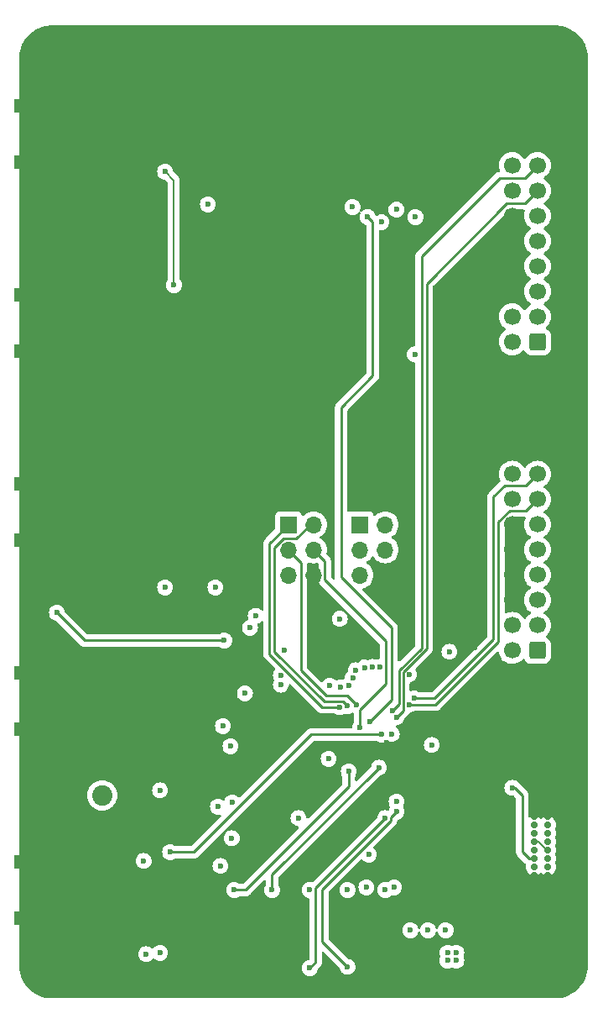
<source format=gbr>
%TF.GenerationSoftware,KiCad,Pcbnew,8.0.1*%
%TF.CreationDate,2024-04-20T11:28:48-04:00*%
%TF.ProjectId,Bridge_Controller,42726964-6765-45f4-936f-6e74726f6c6c,v1.0*%
%TF.SameCoordinates,Original*%
%TF.FileFunction,Copper,L4,Bot*%
%TF.FilePolarity,Positive*%
%FSLAX46Y46*%
G04 Gerber Fmt 4.6, Leading zero omitted, Abs format (unit mm)*
G04 Created by KiCad (PCBNEW 8.0.1) date 2024-04-20 11:28:48*
%MOMM*%
%LPD*%
G01*
G04 APERTURE LIST*
G04 Aperture macros list*
%AMRoundRect*
0 Rectangle with rounded corners*
0 $1 Rounding radius*
0 $2 $3 $4 $5 $6 $7 $8 $9 X,Y pos of 4 corners*
0 Add a 4 corners polygon primitive as box body*
4,1,4,$2,$3,$4,$5,$6,$7,$8,$9,$2,$3,0*
0 Add four circle primitives for the rounded corners*
1,1,$1+$1,$2,$3*
1,1,$1+$1,$4,$5*
1,1,$1+$1,$6,$7*
1,1,$1+$1,$8,$9*
0 Add four rect primitives between the rounded corners*
20,1,$1+$1,$2,$3,$4,$5,0*
20,1,$1+$1,$4,$5,$6,$7,0*
20,1,$1+$1,$6,$7,$8,$9,0*
20,1,$1+$1,$8,$9,$2,$3,0*%
G04 Aperture macros list end*
%TA.AperFunction,SMDPad,CuDef*%
%ADD10R,4.200000X1.350000*%
%TD*%
%TA.AperFunction,ComponentPad*%
%ADD11R,1.700000X1.700000*%
%TD*%
%TA.AperFunction,ComponentPad*%
%ADD12O,1.700000X1.700000*%
%TD*%
%TA.AperFunction,ComponentPad*%
%ADD13RoundRect,0.250000X0.600000X0.600000X-0.600000X0.600000X-0.600000X-0.600000X0.600000X-0.600000X0*%
%TD*%
%TA.AperFunction,ComponentPad*%
%ADD14C,1.700000*%
%TD*%
%TA.AperFunction,ComponentPad*%
%ADD15C,5.562600*%
%TD*%
%TA.AperFunction,ComponentPad*%
%ADD16C,0.700000*%
%TD*%
%TA.AperFunction,ComponentPad*%
%ADD17O,2.400000X0.900000*%
%TD*%
%TA.AperFunction,ComponentPad*%
%ADD18O,1.700000X0.900000*%
%TD*%
%TA.AperFunction,ComponentPad*%
%ADD19C,2.050000*%
%TD*%
%TA.AperFunction,ComponentPad*%
%ADD20C,2.250000*%
%TD*%
%TA.AperFunction,ViaPad*%
%ADD21C,0.600000*%
%TD*%
%TA.AperFunction,Conductor*%
%ADD22C,0.200000*%
%TD*%
%TA.AperFunction,Conductor*%
%ADD23C,0.254000*%
%TD*%
G04 APERTURE END LIST*
D10*
%TO.P,J8,2,Ext*%
%TO.N,GND*%
X24982500Y-60675000D03*
X24982500Y-66325000D03*
%TD*%
D11*
%TO.P,J1,1,DATA*%
%TO.N,UPDI*%
X57780000Y-64785000D03*
D12*
%TO.P,J1,2,VCC*%
%TO.N,+5V*%
X60320000Y-64785000D03*
%TO.P,J1,3,NC*%
%TO.N,unconnected-(J1-NC-Pad3)*%
X57780000Y-67325000D03*
%TO.P,J1,4,NC*%
%TO.N,unconnected-(J1-NC-Pad4)*%
X60320000Y-67325000D03*
%TO.P,J1,5,NC*%
%TO.N,unconnected-(J1-NC-Pad5)*%
X57780000Y-69865000D03*
%TO.P,J1,6,GND*%
%TO.N,GND*%
X60320000Y-69865000D03*
%TD*%
D10*
%TO.P,J11,2,Ext*%
%TO.N,GND*%
X24982500Y-41625000D03*
X24982500Y-47275000D03*
%TD*%
D13*
%TO.P,J2,1,Pin_1*%
%TO.N,PG0*%
X75682500Y-46355000D03*
D14*
%TO.P,J2,2,Pin_2*%
%TO.N,PG1*%
X73142500Y-46355000D03*
%TO.P,J2,3,Pin_3*%
%TO.N,PG2*%
X75682500Y-43815000D03*
%TO.P,J2,4,Pin_4*%
%TO.N,PG3*%
X73142500Y-43815000D03*
%TO.P,J2,5,Pin_5*%
%TO.N,PG4*%
X75682500Y-41275000D03*
%TO.P,J2,6,Pin_6*%
%TO.N,GND*%
X73142500Y-41275000D03*
%TO.P,J2,7,Pin_7*%
%TO.N,PG5*%
X75682500Y-38735000D03*
%TO.P,J2,8,Pin_8*%
%TO.N,GND*%
X73142500Y-38735000D03*
%TO.P,J2,9,Pin_9*%
%TO.N,PG6*%
X75682500Y-36195000D03*
%TO.P,J2,10,Pin_10*%
%TO.N,GND*%
X73142500Y-36195000D03*
%TO.P,J2,11,Pin_11*%
%TO.N,PG7*%
X75682500Y-33655000D03*
%TO.P,J2,12,Pin_12*%
%TO.N,GND*%
X73142500Y-33655000D03*
%TO.P,J2,13,Pin_13*%
%TO.N,AIN0*%
X75682500Y-31115000D03*
%TO.P,J2,14,Pin_14*%
%TO.N,+5V*%
X73142500Y-31115000D03*
%TO.P,J2,15,Pin_15*%
%TO.N,AIN1*%
X75682500Y-28575000D03*
%TO.P,J2,16,Pin_16*%
%TO.N,+5V*%
X73142500Y-28575000D03*
%TD*%
D11*
%TO.P,J4,1,Pin_1*%
%TO.N,PB0*%
X50541000Y-64785000D03*
D12*
%TO.P,J4,2,Pin_2*%
%TO.N,PB1*%
X53081000Y-64785000D03*
%TO.P,J4,3,Pin_3*%
%TO.N,PB2*%
X50541000Y-67325000D03*
%TO.P,J4,4,Pin_4*%
%TO.N,PB3*%
X53081000Y-67325000D03*
%TO.P,J4,5,Pin_5*%
%TO.N,+5V*%
X50541000Y-69865000D03*
%TO.P,J4,6,Pin_6*%
%TO.N,GND*%
X53081000Y-69865000D03*
%TD*%
D10*
%TO.P,J7,2,Ext*%
%TO.N,GND*%
X24982500Y-98775000D03*
X24982500Y-104425000D03*
%TD*%
D15*
%TO.P,H1,1,1*%
%TO.N,GND*%
X26670000Y-17780000D03*
%TD*%
%TO.P,H2,1,1*%
%TO.N,GND*%
X26670000Y-109220000D03*
%TD*%
%TO.P,H3,1,1*%
%TO.N,GND*%
X77470000Y-17780000D03*
%TD*%
D16*
%TO.P,J5,A1,GND*%
%TO.N,GND*%
X75350000Y-100130000D03*
%TO.P,J5,A4,VBUS*%
%TO.N,VBUS*%
X75350000Y-99280000D03*
%TO.P,J5,A5,CC1*%
%TO.N,Net-(J5-CC1)*%
X75350000Y-98430000D03*
%TO.P,J5,A6,D+*%
%TO.N,USBDP*%
X75350000Y-97580000D03*
%TO.P,J5,A7,D-*%
%TO.N,USBDM*%
X75350000Y-96730000D03*
%TO.P,J5,A8,SBU1*%
%TO.N,unconnected-(J5-SBU1-PadA8)*%
X75350000Y-95880000D03*
%TO.P,J5,A9,VBUS*%
%TO.N,VBUS*%
X75350000Y-95030000D03*
%TO.P,J5,A12,GND*%
%TO.N,GND*%
X75350000Y-94180000D03*
%TO.P,J5,B1,GND*%
X76700000Y-94180000D03*
%TO.P,J5,B4,VBUS*%
%TO.N,VBUS*%
X76700000Y-95030000D03*
%TO.P,J5,B5,CC2*%
%TO.N,Net-(J5-CC2)*%
X76700000Y-95880000D03*
%TO.P,J5,B6,D+*%
%TO.N,USBDP*%
X76700000Y-96730000D03*
%TO.P,J5,B7,D-*%
%TO.N,USBDM*%
X76700000Y-97580000D03*
%TO.P,J5,B8,SBU2*%
%TO.N,unconnected-(J5-SBU2-PadB8)*%
X76700000Y-98430000D03*
%TO.P,J5,B9,VBUS*%
%TO.N,VBUS*%
X76700000Y-99280000D03*
%TO.P,J5,B12,GND*%
%TO.N,GND*%
X76700000Y-100130000D03*
D17*
%TO.P,J5,S1,SHIELD*%
X76330000Y-101480000D03*
D18*
X79710000Y-101480000D03*
D17*
X76330000Y-92830000D03*
D18*
X79710000Y-92830000D03*
%TD*%
D10*
%TO.P,J9,2,Ext*%
%TO.N,GND*%
X24982500Y-79725000D03*
X24982500Y-85375000D03*
%TD*%
D13*
%TO.P,J3,1,Pin_1*%
%TO.N,PE0*%
X75682500Y-77470000D03*
D14*
%TO.P,J3,2,Pin_2*%
%TO.N,PE1*%
X73142500Y-77470000D03*
%TO.P,J3,3,Pin_3*%
%TO.N,PE2*%
X75682500Y-74930000D03*
%TO.P,J3,4,Pin_4*%
%TO.N,PE3*%
X73142500Y-74930000D03*
%TO.P,J3,5,Pin_5*%
%TO.N,PE4*%
X75682500Y-72390000D03*
%TO.P,J3,6,Pin_6*%
%TO.N,GND*%
X73142500Y-72390000D03*
%TO.P,J3,7,Pin_7*%
%TO.N,PE5*%
X75682500Y-69850000D03*
%TO.P,J3,8,Pin_8*%
%TO.N,GND*%
X73142500Y-69850000D03*
%TO.P,J3,9,Pin_9*%
%TO.N,PE6*%
X75682500Y-67310000D03*
%TO.P,J3,10,Pin_10*%
%TO.N,GND*%
X73142500Y-67310000D03*
%TO.P,J3,11,Pin_11*%
%TO.N,PE7*%
X75682500Y-64770000D03*
%TO.P,J3,12,Pin_12*%
%TO.N,GND*%
X73142500Y-64770000D03*
%TO.P,J3,13,Pin_13*%
%TO.N,AIN2*%
X75682500Y-62230000D03*
%TO.P,J3,14,Pin_14*%
%TO.N,+5V*%
X73142500Y-62230000D03*
%TO.P,J3,15,Pin_15*%
%TO.N,AIN3*%
X75682500Y-59690000D03*
%TO.P,J3,16,Pin_16*%
%TO.N,+5V*%
X73142500Y-59690000D03*
%TD*%
D10*
%TO.P,J10,2,Ext*%
%TO.N,GND*%
X24982500Y-22575000D03*
X24982500Y-28225000D03*
%TD*%
D19*
%TO.P,J6,1,In*%
%TO.N,EXT_REF*%
X31750000Y-92075000D03*
D20*
%TO.P,J6,2,Ext*%
%TO.N,GND*%
X34290000Y-89535000D03*
X29210000Y-89535000D03*
X34290000Y-94615000D03*
X29210000Y-94615000D03*
%TD*%
D15*
%TO.P,H4,1,1*%
%TO.N,GND*%
X77470000Y-109220000D03*
%TD*%
D21*
%TO.N,GND*%
X63373000Y-98933000D03*
X55245000Y-89535000D03*
X63373000Y-96901000D03*
X37338000Y-34925000D03*
X29000000Y-106000000D03*
X28500000Y-30500000D03*
X56000000Y-48500000D03*
X50927000Y-26797000D03*
X43180000Y-25654000D03*
X30000000Y-103500000D03*
X66294000Y-93980000D03*
X32639000Y-38354000D03*
X62357000Y-97917000D03*
X47625000Y-93980000D03*
X79375000Y-86360000D03*
X32893000Y-23749000D03*
X50800000Y-21717000D03*
X60071000Y-56388000D03*
X60452000Y-86741000D03*
X28500000Y-39000000D03*
X40640000Y-66040000D03*
X24765000Y-70485000D03*
X41275000Y-50165000D03*
X24765000Y-76200000D03*
X37973000Y-24257000D03*
X27500000Y-97000000D03*
X59436000Y-26924000D03*
X30500000Y-23000000D03*
X35306000Y-19177000D03*
X41275000Y-85090000D03*
X24765000Y-95250000D03*
X24765000Y-36830000D03*
X31500000Y-99000000D03*
X68580000Y-86360000D03*
X69342000Y-77216000D03*
X39497000Y-89281000D03*
X46355000Y-95885000D03*
X61341000Y-96901000D03*
X41275000Y-80010000D03*
X24765000Y-88900000D03*
X75565000Y-104775000D03*
X41275000Y-109855000D03*
X28500000Y-79000000D03*
X35179000Y-23749000D03*
X37973000Y-43561000D03*
X37973000Y-26416000D03*
X48260000Y-35560000D03*
X64227000Y-80772000D03*
X24765000Y-31750000D03*
X67437000Y-100584000D03*
X24765000Y-51435000D03*
X29500000Y-47500000D03*
X30353000Y-45847000D03*
X57912000Y-20066000D03*
X36576000Y-46101000D03*
X45339000Y-33909000D03*
X52832000Y-77470000D03*
X55118000Y-36449000D03*
X61341000Y-98933000D03*
X48260000Y-39370000D03*
X33401000Y-46228000D03*
X35052000Y-36957000D03*
X34925000Y-55245000D03*
X72898000Y-107950000D03*
X34036000Y-32004000D03*
X62230000Y-101600000D03*
X36195000Y-32639000D03*
X29845000Y-97790000D03*
X67056000Y-18161000D03*
X24765000Y-57150000D03*
X32258000Y-32004000D03*
X53848000Y-36449000D03*
X52451000Y-36449000D03*
X55245000Y-34417000D03*
X36830000Y-85090000D03*
X70993000Y-98806000D03*
X50165000Y-91440000D03*
X47625000Y-88900000D03*
X44704000Y-19939000D03*
X28000000Y-87000000D03*
X74000000Y-87500000D03*
X45085000Y-38227000D03*
X29972000Y-35560000D03*
X70104000Y-102489000D03*
X41275000Y-95885000D03*
X55246841Y-84412181D03*
%TO.N,+5V*%
X60325000Y-101600000D03*
X54610000Y-88392000D03*
X52705000Y-101600000D03*
X66421000Y-105664000D03*
X67500500Y-107950000D03*
X51562000Y-94361000D03*
X38100000Y-71120000D03*
X65024000Y-86995000D03*
X61468000Y-92710000D03*
X35941000Y-98679000D03*
X63373000Y-33782000D03*
X37592000Y-107950000D03*
X64643000Y-105664000D03*
X63304000Y-47625000D03*
X37592000Y-91567000D03*
X42418000Y-32512000D03*
X43688000Y-99187000D03*
X62865000Y-105664000D03*
X66802000Y-77597000D03*
X66611500Y-108712000D03*
X66611500Y-107950000D03*
X67500500Y-108712000D03*
X43180000Y-71120000D03*
X56515000Y-101600000D03*
X58420000Y-101346000D03*
X55729508Y-74271508D03*
%TO.N,RX_LED*%
X61468000Y-93726000D03*
X56515000Y-109347000D03*
%TO.N,TX_LED*%
X52705000Y-109474000D03*
X60325000Y-94361000D03*
%TO.N,AIN0*%
X61468000Y-84201000D03*
%TO.N,PG3*%
X57338224Y-79464237D03*
%TO.N,PG7*%
X54737000Y-81026000D03*
%TO.N,PG2*%
X58219583Y-79185300D03*
%TO.N,PG6*%
X55795000Y-81182288D03*
%TO.N,PG0*%
X59817000Y-79121000D03*
%TO.N,PG5*%
X56625658Y-81001980D03*
%TO.N,AIN1*%
X61071000Y-83523589D03*
%TO.N,PG4*%
X57042152Y-80261009D03*
%TO.N,PG1*%
X59016997Y-79121000D03*
%TO.N,AIN3*%
X63246000Y-82296000D03*
%TO.N,AIN2*%
X62738000Y-82931000D03*
%TO.N,PE2*%
X62738000Y-79883000D03*
%TO.N,Net-(J5-CC1)*%
X73152000Y-91313000D03*
%TO.N,MOSI*%
X44870000Y-92780000D03*
X61459000Y-33029000D03*
X47244000Y-73970000D03*
X46159000Y-81788000D03*
%TO.N,MISO*%
X59944000Y-34290000D03*
X43942000Y-85090000D03*
%TO.N,SCLK*%
X44704000Y-87122000D03*
X46667000Y-75184000D03*
X43434000Y-93218000D03*
X57023000Y-32766000D03*
%TO.N,RUN_LED*%
X56642000Y-89662000D03*
X45085000Y-101600000D03*
%TO.N,ERROR_LED*%
X59690000Y-89281000D03*
X48895000Y-101600000D03*
%TO.N,XO_EN*%
X59986000Y-85936000D03*
X38608000Y-97790000D03*
%TO.N,Net-(U3-VOUT_A)*%
X27178000Y-73660000D03*
X44069000Y-76454000D03*
%TO.N,Net-(U4-VOUT)*%
X36195000Y-108077000D03*
X44831000Y-96393000D03*
%TO.N,+2V5*%
X38100000Y-29210000D03*
X38989000Y-40640000D03*
%TO.N,TX*%
X61214000Y-101346000D03*
X49779076Y-79946499D03*
%TO.N,~{CS_DAC}*%
X60983030Y-85896393D03*
X50091000Y-77435788D03*
%TO.N,RX*%
X49787108Y-80911954D03*
X58674000Y-98044000D03*
%TO.N,~{CS_ADC}*%
X58547000Y-33782000D03*
X58755688Y-84663682D03*
%TO.N,PB1*%
X56515000Y-83058000D03*
%TO.N,PB0*%
X55753000Y-83185000D03*
%TO.N,PB2*%
X57404000Y-82931000D03*
%TO.N,PB3*%
X57785000Y-85217000D03*
%TD*%
D22*
%TO.N,USBDM*%
X75780761Y-96730000D02*
X76630761Y-97580000D01*
X76630761Y-97580000D02*
X76700000Y-97580000D01*
X75350000Y-96730000D02*
X75780761Y-96730000D01*
D23*
%TO.N,RX_LED*%
X60902000Y-94600002D02*
X53975000Y-101527002D01*
X60902000Y-94292000D02*
X60902000Y-94600002D01*
X53975000Y-101527002D02*
X53975000Y-106807000D01*
X53975000Y-106807000D02*
X56515000Y-109347000D01*
X61468000Y-93726000D02*
X60902000Y-94292000D01*
%TO.N,TX_LED*%
X53282000Y-101404000D02*
X53282000Y-108897000D01*
X60325000Y-94361000D02*
X53282000Y-101404000D01*
X53282000Y-108897000D02*
X52705000Y-109474000D01*
%TO.N,AIN0*%
X62161000Y-79643998D02*
X64500000Y-77304998D01*
X72604340Y-32385000D02*
X74412500Y-32385000D01*
X74412500Y-32385000D02*
X75682500Y-31115000D01*
X61468000Y-84201000D02*
X62161000Y-83508000D01*
X64500000Y-77304998D02*
X64500000Y-40489340D01*
X64500000Y-40489340D02*
X72604340Y-32385000D01*
X62161000Y-83508000D02*
X62161000Y-79643998D01*
%TO.N,AIN1*%
X71882000Y-29845000D02*
X63985000Y-37742000D01*
X61757000Y-82837589D02*
X61071000Y-83523589D01*
X63985000Y-77248656D02*
X61757000Y-79476656D01*
X74412500Y-29845000D02*
X71882000Y-29845000D01*
X61757000Y-79476656D02*
X61757000Y-82837589D01*
X75682500Y-28575000D02*
X74412500Y-29845000D01*
X63985000Y-37742000D02*
X63985000Y-77248656D01*
%TO.N,AIN3*%
X71247000Y-76327000D02*
X71247000Y-61976000D01*
X65278000Y-82296000D02*
X71247000Y-76327000D01*
X63246000Y-82296000D02*
X65278000Y-82296000D01*
X74555500Y-60817000D02*
X75682500Y-59690000D01*
X71247000Y-61976000D02*
X72406000Y-60817000D01*
X72406000Y-60817000D02*
X74555500Y-60817000D01*
%TO.N,AIN2*%
X71755000Y-64516000D02*
X72914000Y-63357000D01*
X62738000Y-82931000D02*
X65405000Y-82931000D01*
X65405000Y-82931000D02*
X71755000Y-76581000D01*
X71755000Y-76581000D02*
X71755000Y-64516000D01*
X72914000Y-63357000D02*
X74555500Y-63357000D01*
X74555500Y-63357000D02*
X75682500Y-62230000D01*
%TO.N,Net-(J5-CC1)*%
X74168000Y-97742974D02*
X74168000Y-92075000D01*
X74168000Y-92075000D02*
X73406000Y-91313000D01*
X74855026Y-98430000D02*
X74168000Y-97742974D01*
X73406000Y-91313000D02*
X73152000Y-91313000D01*
X75350000Y-98430000D02*
X74855026Y-98430000D01*
%TO.N,RUN_LED*%
X46228000Y-101600000D02*
X45085000Y-101600000D01*
X56642000Y-89662000D02*
X56642000Y-91186000D01*
X56642000Y-91186000D02*
X46228000Y-101600000D01*
%TO.N,ERROR_LED*%
X48895000Y-101600000D02*
X48895000Y-100076000D01*
X48895000Y-100076000D02*
X59690000Y-89281000D01*
%TO.N,XO_EN*%
X38608000Y-97790000D02*
X41021000Y-97790000D01*
X41021000Y-97790000D02*
X52875000Y-85936000D01*
X52875000Y-85936000D02*
X59986000Y-85936000D01*
%TO.N,Net-(U3-VOUT_A)*%
X44069000Y-76454000D02*
X29972000Y-76454000D01*
X29972000Y-76454000D02*
X27178000Y-73660000D01*
D22*
%TO.N,+2V5*%
X38989000Y-40640000D02*
X38989000Y-30099000D01*
X38989000Y-30099000D02*
X38100000Y-29210000D01*
D23*
%TO.N,~{CS_ADC}*%
X58547000Y-33782000D02*
X59055000Y-34290000D01*
X55880000Y-52959000D02*
X55880000Y-70104000D01*
X55880000Y-70104000D02*
X60960000Y-75184000D01*
X60960000Y-82459370D02*
X58755688Y-84663682D01*
X59055000Y-49784000D02*
X55880000Y-52959000D01*
X59055000Y-34290000D02*
X59055000Y-49784000D01*
X60960000Y-75184000D02*
X60960000Y-82459370D01*
%TO.N,PB1*%
X51345500Y-66198000D02*
X50074181Y-66198000D01*
X54160000Y-82608000D02*
X56065000Y-82608000D01*
X52758500Y-64785000D02*
X51345500Y-66198000D01*
X56065000Y-82608000D02*
X56515000Y-83058000D01*
X53081000Y-64785000D02*
X52758500Y-64785000D01*
X49149000Y-77597000D02*
X54160000Y-82608000D01*
X49149000Y-67123181D02*
X49149000Y-77597000D01*
X50074181Y-66198000D02*
X49149000Y-67123181D01*
%TO.N,PB0*%
X48641000Y-77851000D02*
X48641000Y-66685000D01*
X48641000Y-66685000D02*
X50541000Y-64785000D01*
X55753000Y-83185000D02*
X53975000Y-83185000D01*
X53975000Y-83185000D02*
X48641000Y-77851000D01*
%TO.N,PB2*%
X56515000Y-82042000D02*
X54356000Y-82042000D01*
X54356000Y-82042000D02*
X51816000Y-79502000D01*
X51816000Y-68600000D02*
X50541000Y-67325000D01*
X51816000Y-79502000D02*
X51816000Y-68600000D01*
X57404000Y-82931000D02*
X56515000Y-82042000D01*
%TO.N,PB3*%
X57785000Y-83439000D02*
X60394000Y-80830000D01*
X54208000Y-68452000D02*
X53081000Y-67325000D01*
X60394000Y-80830000D02*
X60394000Y-76523000D01*
X60394000Y-76523000D02*
X54208000Y-70337000D01*
X54208000Y-70337000D02*
X54208000Y-68452000D01*
X57785000Y-85217000D02*
X57785000Y-83439000D01*
%TD*%
%TA.AperFunction,Conductor*%
%TO.N,GND*%
G36*
X52612003Y-68597746D02*
G01*
X52612256Y-68597053D01*
X52617331Y-68598900D01*
X52617337Y-68598903D01*
X52617342Y-68598904D01*
X52617344Y-68598905D01*
X52630761Y-68602500D01*
X52845592Y-68660063D01*
X53023177Y-68675600D01*
X53080999Y-68680659D01*
X53081000Y-68680659D01*
X53081001Y-68680659D01*
X53138823Y-68675600D01*
X53316408Y-68660063D01*
X53414642Y-68633741D01*
X53484491Y-68635404D01*
X53534416Y-68665835D01*
X53544181Y-68675600D01*
X53577666Y-68736923D01*
X53580500Y-68763281D01*
X53580500Y-70398807D01*
X53604612Y-70520027D01*
X53604614Y-70520035D01*
X53629750Y-70580718D01*
X53651915Y-70634230D01*
X53700795Y-70707383D01*
X53700795Y-70707384D01*
X53720590Y-70737010D01*
X53720593Y-70737013D01*
X59730181Y-76746600D01*
X59763666Y-76807923D01*
X59766500Y-76834281D01*
X59766500Y-78210311D01*
X59746815Y-78277350D01*
X59694011Y-78323105D01*
X59656385Y-78333531D01*
X59637750Y-78335630D01*
X59460905Y-78397511D01*
X59460155Y-78395369D01*
X59401821Y-78404958D01*
X59373405Y-78396611D01*
X59373091Y-78397510D01*
X59196259Y-78335633D01*
X59196246Y-78335630D01*
X59017001Y-78315435D01*
X59016993Y-78315435D01*
X58837747Y-78335630D01*
X58837734Y-78335633D01*
X58667477Y-78395209D01*
X58617120Y-78426850D01*
X58549883Y-78445849D01*
X58510196Y-78438897D01*
X58398840Y-78399932D01*
X58398832Y-78399930D01*
X58219587Y-78379735D01*
X58219579Y-78379735D01*
X58040333Y-78399930D01*
X58040328Y-78399931D01*
X57870059Y-78459511D01*
X57717320Y-78555484D01*
X57717319Y-78555485D01*
X57628186Y-78644617D01*
X57566863Y-78678101D01*
X57524596Y-78677890D01*
X57524399Y-78679648D01*
X57338228Y-78658672D01*
X57338220Y-78658672D01*
X57158974Y-78678867D01*
X57158969Y-78678868D01*
X56988700Y-78738448D01*
X56835961Y-78834421D01*
X56708408Y-78961974D01*
X56612435Y-79114713D01*
X56552855Y-79284982D01*
X56552854Y-79284987D01*
X56532659Y-79464233D01*
X56532659Y-79464239D01*
X56543611Y-79561445D01*
X56531556Y-79630267D01*
X56508073Y-79663008D01*
X56412337Y-79758745D01*
X56412336Y-79758746D01*
X56316363Y-79911485D01*
X56256783Y-80081754D01*
X56256782Y-80081758D01*
X56238418Y-80244752D01*
X56211352Y-80309166D01*
X56181171Y-80335861D01*
X56123394Y-80372164D01*
X56123393Y-80372165D01*
X56121484Y-80374075D01*
X56119946Y-80374914D01*
X56117948Y-80376508D01*
X56117668Y-80376157D01*
X56060158Y-80407555D01*
X55992856Y-80403429D01*
X55974255Y-80396920D01*
X55974253Y-80396919D01*
X55974251Y-80396919D01*
X55974246Y-80396918D01*
X55795004Y-80376723D01*
X55794996Y-80376723D01*
X55615750Y-80396918D01*
X55615745Y-80396919D01*
X55445475Y-80456499D01*
X55439604Y-80460189D01*
X55372367Y-80479188D01*
X55305532Y-80458819D01*
X55285953Y-80442875D01*
X55239262Y-80396184D01*
X55086523Y-80300211D01*
X54916254Y-80240631D01*
X54916249Y-80240630D01*
X54737004Y-80220435D01*
X54736996Y-80220435D01*
X54557750Y-80240630D01*
X54557745Y-80240631D01*
X54387476Y-80300211D01*
X54234737Y-80396184D01*
X54107184Y-80523737D01*
X54107182Y-80523740D01*
X54042493Y-80626691D01*
X53990158Y-80672982D01*
X53921105Y-80683629D01*
X53857257Y-80655254D01*
X53849819Y-80648399D01*
X52479819Y-79278399D01*
X52446334Y-79217076D01*
X52443500Y-79190718D01*
X52443500Y-74271511D01*
X54923943Y-74271511D01*
X54944138Y-74450757D01*
X54944139Y-74450762D01*
X55003719Y-74621031D01*
X55073785Y-74732540D01*
X55099692Y-74773770D01*
X55227246Y-74901324D01*
X55379986Y-74997297D01*
X55550244Y-75056873D01*
X55550253Y-75056876D01*
X55550258Y-75056877D01*
X55729504Y-75077073D01*
X55729508Y-75077073D01*
X55729512Y-75077073D01*
X55908757Y-75056877D01*
X55908760Y-75056876D01*
X55908763Y-75056876D01*
X56079030Y-74997297D01*
X56231770Y-74901324D01*
X56359324Y-74773770D01*
X56455297Y-74621030D01*
X56514876Y-74450763D01*
X56520750Y-74398632D01*
X56535073Y-74271511D01*
X56535073Y-74271504D01*
X56514877Y-74092258D01*
X56514876Y-74092253D01*
X56503099Y-74058597D01*
X56455297Y-73921986D01*
X56436144Y-73891505D01*
X56372836Y-73790750D01*
X56359324Y-73769246D01*
X56231770Y-73641692D01*
X56079031Y-73545719D01*
X55908762Y-73486139D01*
X55908757Y-73486138D01*
X55729512Y-73465943D01*
X55729504Y-73465943D01*
X55550258Y-73486138D01*
X55550253Y-73486139D01*
X55379984Y-73545719D01*
X55227245Y-73641692D01*
X55099692Y-73769245D01*
X55003719Y-73921984D01*
X54944139Y-74092253D01*
X54944138Y-74092258D01*
X54923943Y-74271504D01*
X54923943Y-74271511D01*
X52443500Y-74271511D01*
X52443500Y-68712482D01*
X52463185Y-68645443D01*
X52515989Y-68599688D01*
X52585147Y-68589744D01*
X52612003Y-68597746D01*
G37*
%TD.AperFunction*%
%TA.AperFunction,Conductor*%
G36*
X74431071Y-64004185D02*
G01*
X74476826Y-64056989D01*
X74486770Y-64126147D01*
X74476414Y-64160905D01*
X74408597Y-64306335D01*
X74408594Y-64306344D01*
X74347438Y-64534586D01*
X74347436Y-64534596D01*
X74326841Y-64769999D01*
X74326841Y-64770000D01*
X74347436Y-65005403D01*
X74347438Y-65005413D01*
X74408594Y-65233655D01*
X74408596Y-65233659D01*
X74408597Y-65233663D01*
X74432256Y-65284399D01*
X74508465Y-65447830D01*
X74508467Y-65447834D01*
X74644001Y-65641395D01*
X74644006Y-65641402D01*
X74811097Y-65808493D01*
X74811103Y-65808498D01*
X74996658Y-65938425D01*
X75040283Y-65993002D01*
X75047477Y-66062500D01*
X75015954Y-66124855D01*
X74996658Y-66141575D01*
X74811097Y-66271505D01*
X74644005Y-66438597D01*
X74508465Y-66632169D01*
X74508464Y-66632171D01*
X74408598Y-66846335D01*
X74408594Y-66846344D01*
X74347438Y-67074586D01*
X74347436Y-67074596D01*
X74326841Y-67309999D01*
X74326841Y-67310000D01*
X74347436Y-67545403D01*
X74347438Y-67545413D01*
X74408594Y-67773655D01*
X74408596Y-67773659D01*
X74408597Y-67773663D01*
X74495498Y-67960023D01*
X74508465Y-67987830D01*
X74508467Y-67987834D01*
X74644001Y-68181395D01*
X74644006Y-68181402D01*
X74811097Y-68348493D01*
X74811103Y-68348498D01*
X74996658Y-68478425D01*
X75040283Y-68533002D01*
X75047477Y-68602500D01*
X75015954Y-68664855D01*
X74996658Y-68681575D01*
X74811097Y-68811505D01*
X74644005Y-68978597D01*
X74508465Y-69172169D01*
X74508464Y-69172171D01*
X74408598Y-69386335D01*
X74408594Y-69386344D01*
X74347438Y-69614586D01*
X74347436Y-69614596D01*
X74326841Y-69849999D01*
X74326841Y-69850000D01*
X74347436Y-70085403D01*
X74347438Y-70085413D01*
X74408594Y-70313655D01*
X74408596Y-70313659D01*
X74408597Y-70313663D01*
X74449432Y-70401233D01*
X74508465Y-70527830D01*
X74508467Y-70527834D01*
X74571419Y-70617738D01*
X74634189Y-70707383D01*
X74644001Y-70721395D01*
X74644006Y-70721402D01*
X74811097Y-70888493D01*
X74811103Y-70888498D01*
X74996658Y-71018425D01*
X75040283Y-71073002D01*
X75047477Y-71142500D01*
X75015954Y-71204855D01*
X74996658Y-71221575D01*
X74811097Y-71351505D01*
X74644005Y-71518597D01*
X74508465Y-71712169D01*
X74508464Y-71712171D01*
X74408598Y-71926335D01*
X74408594Y-71926344D01*
X74347438Y-72154586D01*
X74347436Y-72154596D01*
X74326841Y-72389999D01*
X74326841Y-72390000D01*
X74347436Y-72625403D01*
X74347438Y-72625413D01*
X74408594Y-72853655D01*
X74408596Y-72853659D01*
X74408597Y-72853663D01*
X74490910Y-73030184D01*
X74508465Y-73067830D01*
X74508467Y-73067834D01*
X74590249Y-73184630D01*
X74631968Y-73244211D01*
X74644001Y-73261395D01*
X74644006Y-73261402D01*
X74811097Y-73428493D01*
X74811103Y-73428498D01*
X74996658Y-73558425D01*
X75040283Y-73613002D01*
X75047477Y-73682500D01*
X75015954Y-73744855D01*
X74996658Y-73761575D01*
X74811097Y-73891505D01*
X74644005Y-74058597D01*
X74514075Y-74244158D01*
X74459498Y-74287783D01*
X74390000Y-74294977D01*
X74327645Y-74263454D01*
X74310925Y-74244158D01*
X74180994Y-74058597D01*
X74013902Y-73891506D01*
X74013895Y-73891501D01*
X73820334Y-73755967D01*
X73820330Y-73755965D01*
X73797665Y-73745396D01*
X73606163Y-73656097D01*
X73606159Y-73656096D01*
X73606155Y-73656094D01*
X73377913Y-73594938D01*
X73377903Y-73594936D01*
X73142501Y-73574341D01*
X73142499Y-73574341D01*
X72907096Y-73594936D01*
X72907086Y-73594938D01*
X72678844Y-73656094D01*
X72678830Y-73656099D01*
X72558904Y-73712022D01*
X72489827Y-73722514D01*
X72426043Y-73693994D01*
X72387804Y-73635517D01*
X72382500Y-73599640D01*
X72382500Y-64827281D01*
X72402185Y-64760242D01*
X72418819Y-64739600D01*
X73137600Y-64020819D01*
X73198923Y-63987334D01*
X73225281Y-63984500D01*
X74364032Y-63984500D01*
X74431071Y-64004185D01*
G37*
%TD.AperFunction*%
%TA.AperFunction,Conductor*%
G36*
X77473243Y-14470669D02*
G01*
X77809450Y-14488290D01*
X77822358Y-14489647D01*
X78151677Y-14541806D01*
X78164342Y-14544497D01*
X78486422Y-14630798D01*
X78498749Y-14634803D01*
X78810038Y-14754296D01*
X78821873Y-14759565D01*
X79118976Y-14910947D01*
X79130191Y-14917423D01*
X79409832Y-15099023D01*
X79420313Y-15106638D01*
X79679441Y-15316475D01*
X79689086Y-15325160D01*
X79924839Y-15560913D01*
X79933524Y-15570558D01*
X80143359Y-15829683D01*
X80150978Y-15840171D01*
X80332573Y-16119802D01*
X80339059Y-16131035D01*
X80490429Y-16428115D01*
X80495708Y-16439972D01*
X80615193Y-16751241D01*
X80619204Y-16763586D01*
X80705498Y-17085642D01*
X80708196Y-17098337D01*
X80760352Y-17427641D01*
X80761709Y-17440549D01*
X80779330Y-17776756D01*
X80779500Y-17783246D01*
X80779500Y-109216753D01*
X80779330Y-109223243D01*
X80761709Y-109559450D01*
X80760352Y-109572358D01*
X80708196Y-109901662D01*
X80705498Y-109914357D01*
X80619204Y-110236413D01*
X80615193Y-110248758D01*
X80495708Y-110560027D01*
X80490429Y-110571884D01*
X80339059Y-110868964D01*
X80332569Y-110880204D01*
X80150983Y-111159822D01*
X80143354Y-111170323D01*
X79933524Y-111429441D01*
X79924839Y-111439086D01*
X79689086Y-111674839D01*
X79679441Y-111683524D01*
X79420323Y-111893354D01*
X79409822Y-111900983D01*
X79130204Y-112082569D01*
X79118964Y-112089059D01*
X78821884Y-112240429D01*
X78810027Y-112245708D01*
X78498758Y-112365193D01*
X78486413Y-112369204D01*
X78164357Y-112455498D01*
X78151662Y-112458196D01*
X77822358Y-112510352D01*
X77809450Y-112511709D01*
X77473244Y-112529330D01*
X77466754Y-112529500D01*
X26673246Y-112529500D01*
X26666756Y-112529330D01*
X26330549Y-112511709D01*
X26317641Y-112510352D01*
X25988337Y-112458196D01*
X25975642Y-112455498D01*
X25653586Y-112369204D01*
X25641241Y-112365193D01*
X25329972Y-112245708D01*
X25318115Y-112240429D01*
X25021029Y-112089055D01*
X25009802Y-112082573D01*
X24730171Y-111900978D01*
X24719683Y-111893359D01*
X24460558Y-111683524D01*
X24450913Y-111674839D01*
X24215160Y-111439086D01*
X24206475Y-111429441D01*
X24117648Y-111319749D01*
X23996638Y-111170313D01*
X23989023Y-111159832D01*
X23807423Y-110880191D01*
X23800947Y-110868976D01*
X23649565Y-110571873D01*
X23644296Y-110560038D01*
X23524803Y-110248749D01*
X23520798Y-110236422D01*
X23434497Y-109914342D01*
X23431806Y-109901677D01*
X23379647Y-109572358D01*
X23378290Y-109559450D01*
X23373812Y-109474003D01*
X51899435Y-109474003D01*
X51919630Y-109653249D01*
X51919631Y-109653254D01*
X51979211Y-109823523D01*
X52032345Y-109908084D01*
X52075184Y-109976262D01*
X52202738Y-110103816D01*
X52355478Y-110199789D01*
X52525745Y-110259368D01*
X52525750Y-110259369D01*
X52704996Y-110279565D01*
X52705000Y-110279565D01*
X52705004Y-110279565D01*
X52884249Y-110259369D01*
X52884252Y-110259368D01*
X52884255Y-110259368D01*
X53054522Y-110199789D01*
X53207262Y-110103816D01*
X53334816Y-109976262D01*
X53430789Y-109823522D01*
X53490368Y-109653255D01*
X53495313Y-109609361D01*
X53522378Y-109544951D01*
X53530832Y-109535585D01*
X53769411Y-109297008D01*
X53776838Y-109285892D01*
X53838083Y-109194233D01*
X53885385Y-109080035D01*
X53901807Y-108997478D01*
X53909500Y-108958805D01*
X53909500Y-107928281D01*
X53929185Y-107861242D01*
X53981989Y-107815487D01*
X54051147Y-107805543D01*
X54114703Y-107834568D01*
X54121179Y-107840598D01*
X54910930Y-108630350D01*
X55689147Y-109408567D01*
X55722632Y-109469890D01*
X55724686Y-109482362D01*
X55729632Y-109526255D01*
X55743517Y-109565937D01*
X55789210Y-109696521D01*
X55864384Y-109816159D01*
X55885184Y-109849262D01*
X56012738Y-109976816D01*
X56165478Y-110072789D01*
X56254148Y-110103816D01*
X56335745Y-110132368D01*
X56335750Y-110132369D01*
X56514996Y-110152565D01*
X56515000Y-110152565D01*
X56515004Y-110152565D01*
X56694249Y-110132369D01*
X56694252Y-110132368D01*
X56694255Y-110132368D01*
X56864522Y-110072789D01*
X57017262Y-109976816D01*
X57144816Y-109849262D01*
X57240789Y-109696522D01*
X57300368Y-109526255D01*
X57305314Y-109482362D01*
X57320565Y-109347003D01*
X57320565Y-109346996D01*
X57300369Y-109167750D01*
X57300368Y-109167745D01*
X57285228Y-109124478D01*
X57240789Y-108997478D01*
X57224615Y-108971738D01*
X57201582Y-108935080D01*
X57144816Y-108844738D01*
X57017262Y-108717184D01*
X57009017Y-108712003D01*
X65805935Y-108712003D01*
X65826130Y-108891249D01*
X65826131Y-108891254D01*
X65885711Y-109061523D01*
X65969099Y-109194233D01*
X65981684Y-109214262D01*
X66109238Y-109341816D01*
X66167000Y-109378110D01*
X66232530Y-109419286D01*
X66261978Y-109437789D01*
X66432245Y-109497368D01*
X66432250Y-109497369D01*
X66611496Y-109517565D01*
X66611500Y-109517565D01*
X66611504Y-109517565D01*
X66790749Y-109497369D01*
X66790752Y-109497368D01*
X66790755Y-109497368D01*
X66961022Y-109437789D01*
X66990027Y-109419564D01*
X67057263Y-109400563D01*
X67121973Y-109419564D01*
X67150975Y-109437788D01*
X67321245Y-109497368D01*
X67321250Y-109497369D01*
X67500496Y-109517565D01*
X67500500Y-109517565D01*
X67500504Y-109517565D01*
X67679749Y-109497369D01*
X67679752Y-109497368D01*
X67679755Y-109497368D01*
X67850022Y-109437789D01*
X68002762Y-109341816D01*
X68130316Y-109214262D01*
X68226289Y-109061522D01*
X68285868Y-108891255D01*
X68291109Y-108844738D01*
X68306065Y-108712003D01*
X68306065Y-108711996D01*
X68285869Y-108532750D01*
X68285866Y-108532737D01*
X68229606Y-108371955D01*
X68226044Y-108302176D01*
X68229606Y-108290045D01*
X68285866Y-108129262D01*
X68285869Y-108129249D01*
X68306065Y-107950003D01*
X68306065Y-107949996D01*
X68285869Y-107770750D01*
X68285868Y-107770745D01*
X68270728Y-107727478D01*
X68226289Y-107600478D01*
X68210115Y-107574738D01*
X68130315Y-107447737D01*
X68002762Y-107320184D01*
X67850023Y-107224211D01*
X67679754Y-107164631D01*
X67679749Y-107164630D01*
X67500504Y-107144435D01*
X67500496Y-107144435D01*
X67321250Y-107164630D01*
X67321237Y-107164633D01*
X67150980Y-107224209D01*
X67121970Y-107242437D01*
X67054733Y-107261436D01*
X66990030Y-107242437D01*
X66961019Y-107224209D01*
X66790762Y-107164633D01*
X66790749Y-107164630D01*
X66611504Y-107144435D01*
X66611496Y-107144435D01*
X66432250Y-107164630D01*
X66432245Y-107164631D01*
X66261976Y-107224211D01*
X66109237Y-107320184D01*
X65981684Y-107447737D01*
X65885711Y-107600476D01*
X65826131Y-107770745D01*
X65826130Y-107770750D01*
X65805935Y-107949996D01*
X65805935Y-107950003D01*
X65826130Y-108129249D01*
X65826133Y-108129262D01*
X65882394Y-108290045D01*
X65885956Y-108359824D01*
X65882394Y-108371955D01*
X65826133Y-108532737D01*
X65826130Y-108532750D01*
X65805935Y-108711996D01*
X65805935Y-108712003D01*
X57009017Y-108712003D01*
X56864521Y-108621210D01*
X56746219Y-108579815D01*
X56694255Y-108561632D01*
X56672134Y-108559139D01*
X56650362Y-108556686D01*
X56585949Y-108529618D01*
X56576567Y-108521147D01*
X54638819Y-106583399D01*
X54605334Y-106522076D01*
X54602500Y-106495718D01*
X54602500Y-105664003D01*
X62059435Y-105664003D01*
X62079630Y-105843249D01*
X62079631Y-105843254D01*
X62139211Y-106013523D01*
X62235184Y-106166262D01*
X62362738Y-106293816D01*
X62515478Y-106389789D01*
X62685745Y-106449368D01*
X62685750Y-106449369D01*
X62864996Y-106469565D01*
X62865000Y-106469565D01*
X62865004Y-106469565D01*
X63044249Y-106449369D01*
X63044252Y-106449368D01*
X63044255Y-106449368D01*
X63214522Y-106389789D01*
X63367262Y-106293816D01*
X63494816Y-106166262D01*
X63590789Y-106013522D01*
X63636958Y-105881579D01*
X63677680Y-105824802D01*
X63742633Y-105799055D01*
X63811194Y-105812511D01*
X63861597Y-105860898D01*
X63871042Y-105881579D01*
X63917210Y-106013521D01*
X64013184Y-106166262D01*
X64140738Y-106293816D01*
X64293478Y-106389789D01*
X64463745Y-106449368D01*
X64463750Y-106449369D01*
X64642996Y-106469565D01*
X64643000Y-106469565D01*
X64643004Y-106469565D01*
X64822249Y-106449369D01*
X64822252Y-106449368D01*
X64822255Y-106449368D01*
X64992522Y-106389789D01*
X65145262Y-106293816D01*
X65272816Y-106166262D01*
X65368789Y-106013522D01*
X65414958Y-105881579D01*
X65455680Y-105824802D01*
X65520633Y-105799055D01*
X65589194Y-105812511D01*
X65639597Y-105860898D01*
X65649042Y-105881579D01*
X65695210Y-106013521D01*
X65791184Y-106166262D01*
X65918738Y-106293816D01*
X66071478Y-106389789D01*
X66241745Y-106449368D01*
X66241750Y-106449369D01*
X66420996Y-106469565D01*
X66421000Y-106469565D01*
X66421004Y-106469565D01*
X66600249Y-106449369D01*
X66600252Y-106449368D01*
X66600255Y-106449368D01*
X66770522Y-106389789D01*
X66923262Y-106293816D01*
X67050816Y-106166262D01*
X67146789Y-106013522D01*
X67206368Y-105843255D01*
X67226565Y-105664000D01*
X67206368Y-105484745D01*
X67146789Y-105314478D01*
X67050816Y-105161738D01*
X66923262Y-105034184D01*
X66770523Y-104938211D01*
X66600254Y-104878631D01*
X66600249Y-104878630D01*
X66421004Y-104858435D01*
X66420996Y-104858435D01*
X66241750Y-104878630D01*
X66241745Y-104878631D01*
X66071476Y-104938211D01*
X65918737Y-105034184D01*
X65791184Y-105161737D01*
X65695209Y-105314480D01*
X65649041Y-105446421D01*
X65608320Y-105503197D01*
X65543367Y-105528944D01*
X65474805Y-105515488D01*
X65424403Y-105467100D01*
X65414959Y-105446421D01*
X65368790Y-105314480D01*
X65368789Y-105314478D01*
X65272816Y-105161738D01*
X65145262Y-105034184D01*
X64992523Y-104938211D01*
X64822254Y-104878631D01*
X64822249Y-104878630D01*
X64643004Y-104858435D01*
X64642996Y-104858435D01*
X64463750Y-104878630D01*
X64463745Y-104878631D01*
X64293476Y-104938211D01*
X64140737Y-105034184D01*
X64013184Y-105161737D01*
X63917209Y-105314480D01*
X63871041Y-105446421D01*
X63830320Y-105503197D01*
X63765367Y-105528944D01*
X63696805Y-105515488D01*
X63646403Y-105467100D01*
X63636959Y-105446421D01*
X63590790Y-105314480D01*
X63590789Y-105314478D01*
X63494816Y-105161738D01*
X63367262Y-105034184D01*
X63214523Y-104938211D01*
X63044254Y-104878631D01*
X63044249Y-104878630D01*
X62865004Y-104858435D01*
X62864996Y-104858435D01*
X62685750Y-104878630D01*
X62685745Y-104878631D01*
X62515476Y-104938211D01*
X62362737Y-105034184D01*
X62235184Y-105161737D01*
X62139211Y-105314476D01*
X62079631Y-105484745D01*
X62079630Y-105484750D01*
X62059435Y-105663996D01*
X62059435Y-105664003D01*
X54602500Y-105664003D01*
X54602500Y-101838282D01*
X54622185Y-101771243D01*
X54638814Y-101750606D01*
X54789417Y-101600003D01*
X55709435Y-101600003D01*
X55729630Y-101779249D01*
X55729631Y-101779254D01*
X55789211Y-101949523D01*
X55875852Y-102087411D01*
X55885184Y-102102262D01*
X56012738Y-102229816D01*
X56165478Y-102325789D01*
X56335742Y-102385367D01*
X56335745Y-102385368D01*
X56335750Y-102385369D01*
X56514996Y-102405565D01*
X56515000Y-102405565D01*
X56515004Y-102405565D01*
X56694249Y-102385369D01*
X56694252Y-102385368D01*
X56694255Y-102385368D01*
X56864522Y-102325789D01*
X57017262Y-102229816D01*
X57144816Y-102102262D01*
X57240789Y-101949522D01*
X57300368Y-101779255D01*
X57303597Y-101750601D01*
X57320565Y-101600003D01*
X57320565Y-101599996D01*
X57300369Y-101420750D01*
X57300368Y-101420745D01*
X57274215Y-101346003D01*
X57614435Y-101346003D01*
X57634630Y-101525249D01*
X57634631Y-101525254D01*
X57694211Y-101695523D01*
X57746820Y-101779249D01*
X57790184Y-101848262D01*
X57917738Y-101975816D01*
X58070478Y-102071789D01*
X58221726Y-102124713D01*
X58240745Y-102131368D01*
X58240750Y-102131369D01*
X58419996Y-102151565D01*
X58420000Y-102151565D01*
X58420004Y-102151565D01*
X58599249Y-102131369D01*
X58599252Y-102131368D01*
X58599255Y-102131368D01*
X58769522Y-102071789D01*
X58922262Y-101975816D01*
X59049816Y-101848262D01*
X59145789Y-101695522D01*
X59179213Y-101600003D01*
X59519435Y-101600003D01*
X59539630Y-101779249D01*
X59539631Y-101779254D01*
X59599211Y-101949523D01*
X59685852Y-102087411D01*
X59695184Y-102102262D01*
X59822738Y-102229816D01*
X59975478Y-102325789D01*
X60145742Y-102385367D01*
X60145745Y-102385368D01*
X60145750Y-102385369D01*
X60324996Y-102405565D01*
X60325000Y-102405565D01*
X60325004Y-102405565D01*
X60504249Y-102385369D01*
X60504252Y-102385368D01*
X60504255Y-102385368D01*
X60674522Y-102325789D01*
X60827262Y-102229816D01*
X60898881Y-102158196D01*
X60960201Y-102124713D01*
X61027514Y-102128837D01*
X61034745Y-102131368D01*
X61034749Y-102131368D01*
X61034751Y-102131369D01*
X61034748Y-102131369D01*
X61213996Y-102151565D01*
X61214000Y-102151565D01*
X61214004Y-102151565D01*
X61393249Y-102131369D01*
X61393252Y-102131368D01*
X61393255Y-102131368D01*
X61563522Y-102071789D01*
X61716262Y-101975816D01*
X61843816Y-101848262D01*
X61939789Y-101695522D01*
X61999368Y-101525255D01*
X62011143Y-101420750D01*
X62019565Y-101346003D01*
X62019565Y-101345996D01*
X61999369Y-101166750D01*
X61999368Y-101166745D01*
X61939788Y-100996476D01*
X61843815Y-100843737D01*
X61716262Y-100716184D01*
X61563523Y-100620211D01*
X61393254Y-100560631D01*
X61393249Y-100560630D01*
X61214004Y-100540435D01*
X61213996Y-100540435D01*
X61034750Y-100560630D01*
X61034745Y-100560631D01*
X60864476Y-100620211D01*
X60711734Y-100716186D01*
X60711733Y-100716187D01*
X60640118Y-100787801D01*
X60578795Y-100821286D01*
X60511485Y-100817161D01*
X60504260Y-100814633D01*
X60504249Y-100814630D01*
X60325004Y-100794435D01*
X60324996Y-100794435D01*
X60145750Y-100814630D01*
X60145745Y-100814631D01*
X59975476Y-100874211D01*
X59822737Y-100970184D01*
X59695184Y-101097737D01*
X59599211Y-101250476D01*
X59539631Y-101420745D01*
X59539630Y-101420750D01*
X59519435Y-101599996D01*
X59519435Y-101600003D01*
X59179213Y-101600003D01*
X59205368Y-101525255D01*
X59217143Y-101420750D01*
X59225565Y-101346003D01*
X59225565Y-101345996D01*
X59205369Y-101166750D01*
X59205368Y-101166745D01*
X59145788Y-100996476D01*
X59049815Y-100843737D01*
X58922262Y-100716184D01*
X58769523Y-100620211D01*
X58599254Y-100560631D01*
X58599249Y-100560630D01*
X58420004Y-100540435D01*
X58419996Y-100540435D01*
X58240750Y-100560630D01*
X58240745Y-100560631D01*
X58070476Y-100620211D01*
X57917737Y-100716184D01*
X57790184Y-100843737D01*
X57694211Y-100996476D01*
X57634631Y-101166745D01*
X57634630Y-101166750D01*
X57614435Y-101345996D01*
X57614435Y-101346003D01*
X57274215Y-101346003D01*
X57240789Y-101250478D01*
X57144816Y-101097738D01*
X57017262Y-100970184D01*
X56963147Y-100936181D01*
X56864523Y-100874211D01*
X56694254Y-100814631D01*
X56694249Y-100814630D01*
X56515004Y-100794435D01*
X56514996Y-100794435D01*
X56335750Y-100814630D01*
X56335745Y-100814631D01*
X56165476Y-100874211D01*
X56012737Y-100970184D01*
X55885184Y-101097737D01*
X55789211Y-101250476D01*
X55729631Y-101420745D01*
X55729630Y-101420750D01*
X55709435Y-101599996D01*
X55709435Y-101600003D01*
X54789417Y-101600003D01*
X57856882Y-98532537D01*
X57918203Y-98499054D01*
X57987895Y-98504038D01*
X58041503Y-98542900D01*
X58044182Y-98546259D01*
X58044184Y-98546262D01*
X58171738Y-98673816D01*
X58324478Y-98769789D01*
X58390803Y-98792997D01*
X58494745Y-98829368D01*
X58494750Y-98829369D01*
X58673996Y-98849565D01*
X58674000Y-98849565D01*
X58674004Y-98849565D01*
X58853249Y-98829369D01*
X58853252Y-98829368D01*
X58853255Y-98829368D01*
X59023522Y-98769789D01*
X59176262Y-98673816D01*
X59303816Y-98546262D01*
X59399789Y-98393522D01*
X59459368Y-98223255D01*
X59464609Y-98176738D01*
X59479565Y-98044003D01*
X59479565Y-98043996D01*
X59459369Y-97864750D01*
X59459368Y-97864745D01*
X59433215Y-97790003D01*
X59399789Y-97694478D01*
X59303816Y-97541738D01*
X59176262Y-97414184D01*
X59176259Y-97414182D01*
X59172900Y-97411503D01*
X59132764Y-97354311D01*
X59129919Y-97284500D01*
X59162537Y-97226882D01*
X61389411Y-95000010D01*
X61458083Y-94897235D01*
X61505385Y-94783037D01*
X61519809Y-94710523D01*
X61529500Y-94661807D01*
X61529500Y-94635449D01*
X61549185Y-94568410D01*
X61601989Y-94522655D01*
X61639616Y-94512228D01*
X61647255Y-94511368D01*
X61817522Y-94451789D01*
X61970262Y-94355816D01*
X62097816Y-94228262D01*
X62193789Y-94075522D01*
X62253368Y-93905255D01*
X62258609Y-93858738D01*
X62273565Y-93726003D01*
X62273565Y-93725996D01*
X62253369Y-93546750D01*
X62253368Y-93546745D01*
X62193788Y-93376475D01*
X62135664Y-93283973D01*
X62116663Y-93216736D01*
X62135664Y-93152027D01*
X62193788Y-93059524D01*
X62253368Y-92889254D01*
X62253369Y-92889249D01*
X62273565Y-92710003D01*
X62273565Y-92709996D01*
X62253369Y-92530750D01*
X62253368Y-92530745D01*
X62218283Y-92430478D01*
X62193789Y-92360478D01*
X62193440Y-92359923D01*
X62151257Y-92292789D01*
X62097816Y-92207738D01*
X61970262Y-92080184D01*
X61952880Y-92069262D01*
X61817523Y-91984211D01*
X61647254Y-91924631D01*
X61647249Y-91924630D01*
X61468004Y-91904435D01*
X61467996Y-91904435D01*
X61288750Y-91924630D01*
X61288745Y-91924631D01*
X61118476Y-91984211D01*
X60965737Y-92080184D01*
X60838184Y-92207737D01*
X60742211Y-92360476D01*
X60682631Y-92530745D01*
X60682630Y-92530750D01*
X60662435Y-92709996D01*
X60662435Y-92710003D01*
X60682630Y-92889249D01*
X60682631Y-92889254D01*
X60742211Y-93059523D01*
X60800336Y-93152028D01*
X60819336Y-93219265D01*
X60800336Y-93283972D01*
X60742209Y-93376480D01*
X60695122Y-93511047D01*
X60654401Y-93567823D01*
X60589448Y-93593570D01*
X60537127Y-93587134D01*
X60504252Y-93575631D01*
X60325004Y-93555435D01*
X60324996Y-93555435D01*
X60145750Y-93575630D01*
X60145745Y-93575631D01*
X59975476Y-93635211D01*
X59822737Y-93731184D01*
X59695184Y-93858737D01*
X59599210Y-94011478D01*
X59539632Y-94181745D01*
X59534686Y-94225637D01*
X59507618Y-94290051D01*
X59499147Y-94299432D01*
X53013200Y-100785379D01*
X52951877Y-100818864D01*
X52891278Y-100815152D01*
X52891044Y-100816181D01*
X52884800Y-100814756D01*
X52884571Y-100814742D01*
X52884254Y-100814631D01*
X52705004Y-100794435D01*
X52704996Y-100794435D01*
X52525750Y-100814630D01*
X52525745Y-100814631D01*
X52355476Y-100874211D01*
X52202737Y-100970184D01*
X52075184Y-101097737D01*
X51979211Y-101250476D01*
X51919631Y-101420745D01*
X51919630Y-101420750D01*
X51899435Y-101599996D01*
X51899435Y-101600003D01*
X51919630Y-101779249D01*
X51919631Y-101779254D01*
X51979211Y-101949523D01*
X52065852Y-102087411D01*
X52075184Y-102102262D01*
X52202738Y-102229816D01*
X52355478Y-102325789D01*
X52525745Y-102385368D01*
X52544382Y-102387467D01*
X52608795Y-102414532D01*
X52648352Y-102472126D01*
X52654500Y-102510688D01*
X52654500Y-108563311D01*
X52634815Y-108630350D01*
X52582011Y-108676105D01*
X52544389Y-108686531D01*
X52525745Y-108688632D01*
X52355478Y-108748210D01*
X52202737Y-108844184D01*
X52075184Y-108971737D01*
X51979211Y-109124476D01*
X51919631Y-109294745D01*
X51919630Y-109294750D01*
X51899435Y-109473996D01*
X51899435Y-109474003D01*
X23373812Y-109474003D01*
X23360670Y-109223243D01*
X23360500Y-109216753D01*
X23360500Y-108077003D01*
X35389435Y-108077003D01*
X35409630Y-108256249D01*
X35409631Y-108256254D01*
X35469211Y-108426523D01*
X35554106Y-108561632D01*
X35565184Y-108579262D01*
X35692738Y-108706816D01*
X35845478Y-108802789D01*
X36015745Y-108862368D01*
X36015750Y-108862369D01*
X36194996Y-108882565D01*
X36195000Y-108882565D01*
X36195004Y-108882565D01*
X36374249Y-108862369D01*
X36374252Y-108862368D01*
X36374255Y-108862368D01*
X36544522Y-108802789D01*
X36697262Y-108706816D01*
X36824816Y-108579262D01*
X36844104Y-108548565D01*
X36896436Y-108502275D01*
X36965489Y-108491625D01*
X37029338Y-108519999D01*
X37036778Y-108526856D01*
X37089738Y-108579816D01*
X37242478Y-108675789D01*
X37331148Y-108706816D01*
X37412745Y-108735368D01*
X37412750Y-108735369D01*
X37591996Y-108755565D01*
X37592000Y-108755565D01*
X37592004Y-108755565D01*
X37771249Y-108735369D01*
X37771252Y-108735368D01*
X37771255Y-108735368D01*
X37941522Y-108675789D01*
X38094262Y-108579816D01*
X38221816Y-108452262D01*
X38317789Y-108299522D01*
X38377368Y-108129255D01*
X38377369Y-108129249D01*
X38397565Y-107950003D01*
X38397565Y-107949996D01*
X38377369Y-107770750D01*
X38377368Y-107770745D01*
X38362228Y-107727478D01*
X38317789Y-107600478D01*
X38301615Y-107574738D01*
X38221815Y-107447737D01*
X38094262Y-107320184D01*
X37941523Y-107224211D01*
X37771254Y-107164631D01*
X37771249Y-107164630D01*
X37592004Y-107144435D01*
X37591996Y-107144435D01*
X37412750Y-107164630D01*
X37412745Y-107164631D01*
X37242476Y-107224211D01*
X37089737Y-107320184D01*
X36962184Y-107447737D01*
X36962182Y-107447740D01*
X36942895Y-107478435D01*
X36890560Y-107524726D01*
X36821506Y-107535373D01*
X36757658Y-107506997D01*
X36750221Y-107500143D01*
X36697262Y-107447184D01*
X36544523Y-107351211D01*
X36374254Y-107291631D01*
X36374249Y-107291630D01*
X36195004Y-107271435D01*
X36194996Y-107271435D01*
X36015750Y-107291630D01*
X36015745Y-107291631D01*
X35845476Y-107351211D01*
X35692737Y-107447184D01*
X35565184Y-107574737D01*
X35469211Y-107727476D01*
X35409631Y-107897745D01*
X35409630Y-107897750D01*
X35389435Y-108076996D01*
X35389435Y-108077003D01*
X23360500Y-108077003D01*
X23360500Y-101600003D01*
X44279435Y-101600003D01*
X44299630Y-101779249D01*
X44299631Y-101779254D01*
X44359211Y-101949523D01*
X44445852Y-102087411D01*
X44455184Y-102102262D01*
X44582738Y-102229816D01*
X44735478Y-102325789D01*
X44905742Y-102385367D01*
X44905745Y-102385368D01*
X44905750Y-102385369D01*
X45084996Y-102405565D01*
X45085000Y-102405565D01*
X45085004Y-102405565D01*
X45264249Y-102385369D01*
X45264252Y-102385368D01*
X45264255Y-102385368D01*
X45434522Y-102325789D01*
X45560700Y-102246505D01*
X45626672Y-102227500D01*
X46289804Y-102227500D01*
X46289805Y-102227499D01*
X46411035Y-102203386D01*
X46491784Y-102169937D01*
X46525233Y-102156083D01*
X46628008Y-102087411D01*
X46715411Y-102000008D01*
X48055819Y-100659600D01*
X48117142Y-100626115D01*
X48186834Y-100631099D01*
X48242767Y-100672971D01*
X48267184Y-100738435D01*
X48267500Y-100747281D01*
X48267500Y-101058328D01*
X48248494Y-101124300D01*
X48169211Y-101250476D01*
X48109631Y-101420745D01*
X48109630Y-101420750D01*
X48089435Y-101599996D01*
X48089435Y-101600003D01*
X48109630Y-101779249D01*
X48109631Y-101779254D01*
X48169211Y-101949523D01*
X48255852Y-102087411D01*
X48265184Y-102102262D01*
X48392738Y-102229816D01*
X48545478Y-102325789D01*
X48715742Y-102385367D01*
X48715745Y-102385368D01*
X48715750Y-102385369D01*
X48894996Y-102405565D01*
X48895000Y-102405565D01*
X48895004Y-102405565D01*
X49074249Y-102385369D01*
X49074252Y-102385368D01*
X49074255Y-102385368D01*
X49244522Y-102325789D01*
X49397262Y-102229816D01*
X49524816Y-102102262D01*
X49620789Y-101949522D01*
X49680368Y-101779255D01*
X49683597Y-101750601D01*
X49700565Y-101600003D01*
X49700565Y-101599996D01*
X49680369Y-101420750D01*
X49680368Y-101420745D01*
X49654215Y-101346003D01*
X49620789Y-101250478D01*
X49541505Y-101124299D01*
X49522500Y-101058328D01*
X49522500Y-100387280D01*
X49542185Y-100320241D01*
X49558814Y-100299604D01*
X58545414Y-91313003D01*
X72346435Y-91313003D01*
X72366630Y-91492249D01*
X72366631Y-91492254D01*
X72426211Y-91662523D01*
X72522184Y-91815262D01*
X72649738Y-91942816D01*
X72700061Y-91974436D01*
X72761748Y-92013197D01*
X72802478Y-92038789D01*
X72846552Y-92054211D01*
X72972745Y-92098368D01*
X72972750Y-92098369D01*
X73151996Y-92118565D01*
X73152000Y-92118565D01*
X73152003Y-92118565D01*
X73247374Y-92107819D01*
X73316196Y-92119873D01*
X73348939Y-92143358D01*
X73504181Y-92298600D01*
X73537666Y-92359923D01*
X73540500Y-92386281D01*
X73540500Y-97804781D01*
X73564612Y-97926002D01*
X73564614Y-97926009D01*
X73588411Y-97983458D01*
X73597334Y-98005000D01*
X73611916Y-98040206D01*
X73611917Y-98040207D01*
X73667981Y-98124113D01*
X73667982Y-98124115D01*
X73680588Y-98142981D01*
X73680593Y-98142987D01*
X74367615Y-98830008D01*
X74455018Y-98917411D01*
X74474355Y-98930331D01*
X74519160Y-98983942D01*
X74527867Y-99053267D01*
X74523396Y-99071749D01*
X74513503Y-99102195D01*
X74494815Y-99280000D01*
X74513503Y-99457805D01*
X74513504Y-99457807D01*
X74568747Y-99627829D01*
X74568750Y-99627835D01*
X74658141Y-99782665D01*
X74688890Y-99816815D01*
X74777764Y-99915521D01*
X74777767Y-99915523D01*
X74777770Y-99915526D01*
X74922407Y-100020612D01*
X75085733Y-100093329D01*
X75260609Y-100130500D01*
X75260610Y-100130500D01*
X75439389Y-100130500D01*
X75439391Y-100130500D01*
X75614267Y-100093329D01*
X75777593Y-100020612D01*
X75922230Y-99915526D01*
X75932849Y-99903731D01*
X75992335Y-99867083D01*
X76062192Y-99868412D01*
X76117150Y-99903731D01*
X76127770Y-99915526D01*
X76272407Y-100020612D01*
X76435733Y-100093329D01*
X76610609Y-100130500D01*
X76610610Y-100130500D01*
X76789389Y-100130500D01*
X76789391Y-100130500D01*
X76964267Y-100093329D01*
X77127593Y-100020612D01*
X77272230Y-99915526D01*
X77274695Y-99912789D01*
X77298148Y-99886741D01*
X77391859Y-99782665D01*
X77481250Y-99627835D01*
X77536497Y-99457803D01*
X77555185Y-99280000D01*
X77536497Y-99102197D01*
X77481250Y-98932165D01*
X77472494Y-98916999D01*
X77456021Y-98849103D01*
X77472493Y-98793000D01*
X77481250Y-98777835D01*
X77536497Y-98607803D01*
X77555185Y-98430000D01*
X77536497Y-98252197D01*
X77481250Y-98082165D01*
X77472494Y-98066999D01*
X77456021Y-97999103D01*
X77472493Y-97943000D01*
X77481250Y-97927835D01*
X77536497Y-97757803D01*
X77555185Y-97580000D01*
X77536497Y-97402197D01*
X77481250Y-97232165D01*
X77472494Y-97216999D01*
X77456021Y-97149103D01*
X77472493Y-97093000D01*
X77481250Y-97077835D01*
X77536497Y-96907803D01*
X77555185Y-96730000D01*
X77536497Y-96552197D01*
X77481250Y-96382165D01*
X77472494Y-96366999D01*
X77456021Y-96299103D01*
X77472493Y-96243000D01*
X77481250Y-96227835D01*
X77536497Y-96057803D01*
X77555185Y-95880000D01*
X77536497Y-95702197D01*
X77481250Y-95532165D01*
X77472494Y-95516999D01*
X77456021Y-95449103D01*
X77472493Y-95393000D01*
X77481250Y-95377835D01*
X77536497Y-95207803D01*
X77555185Y-95030000D01*
X77536497Y-94852197D01*
X77481250Y-94682165D01*
X77391859Y-94527335D01*
X77323836Y-94451788D01*
X77272235Y-94394478D01*
X77272232Y-94394476D01*
X77272231Y-94394475D01*
X77272230Y-94394474D01*
X77127593Y-94289388D01*
X76964267Y-94216671D01*
X76964265Y-94216670D01*
X76799976Y-94181750D01*
X76789391Y-94179500D01*
X76610609Y-94179500D01*
X76600024Y-94181750D01*
X76435733Y-94216670D01*
X76435728Y-94216672D01*
X76272408Y-94289387D01*
X76127767Y-94394476D01*
X76117148Y-94406270D01*
X76057661Y-94442917D01*
X75987804Y-94441586D01*
X75932852Y-94406270D01*
X75922232Y-94394476D01*
X75922231Y-94394475D01*
X75922230Y-94394474D01*
X75777593Y-94289388D01*
X75614267Y-94216671D01*
X75614265Y-94216670D01*
X75449976Y-94181750D01*
X75439391Y-94179500D01*
X75260609Y-94179500D01*
X75250024Y-94181750D01*
X75085733Y-94216670D01*
X75085728Y-94216672D01*
X74969936Y-94268227D01*
X74900686Y-94277512D01*
X74837409Y-94247884D01*
X74800196Y-94188749D01*
X74795500Y-94154948D01*
X74795500Y-92013196D01*
X74795499Y-92013195D01*
X74787790Y-91974435D01*
X74771386Y-91891966D01*
X74726407Y-91783379D01*
X74724763Y-91778784D01*
X74655414Y-91674996D01*
X74655413Y-91674994D01*
X74642941Y-91662522D01*
X74568008Y-91587589D01*
X74197895Y-91217476D01*
X73806011Y-90825591D01*
X73806010Y-90825590D01*
X73788011Y-90813564D01*
X73769220Y-90798142D01*
X73654262Y-90683184D01*
X73501523Y-90587211D01*
X73331254Y-90527631D01*
X73331249Y-90527630D01*
X73152004Y-90507435D01*
X73151996Y-90507435D01*
X72972750Y-90527630D01*
X72972745Y-90527631D01*
X72802476Y-90587211D01*
X72649737Y-90683184D01*
X72522184Y-90810737D01*
X72426211Y-90963476D01*
X72366631Y-91133745D01*
X72366630Y-91133750D01*
X72346435Y-91312996D01*
X72346435Y-91313003D01*
X58545414Y-91313003D01*
X59751567Y-90106850D01*
X59812888Y-90073367D01*
X59825345Y-90071315D01*
X59869255Y-90066368D01*
X60039522Y-90006789D01*
X60192262Y-89910816D01*
X60319816Y-89783262D01*
X60415789Y-89630522D01*
X60475368Y-89460255D01*
X60475369Y-89460249D01*
X60495565Y-89281003D01*
X60495565Y-89280996D01*
X60475369Y-89101750D01*
X60475368Y-89101745D01*
X60415789Y-88931478D01*
X60319816Y-88778738D01*
X60192262Y-88651184D01*
X60039523Y-88555211D01*
X59869254Y-88495631D01*
X59869249Y-88495630D01*
X59690004Y-88475435D01*
X59689996Y-88475435D01*
X59510750Y-88495630D01*
X59510745Y-88495631D01*
X59340476Y-88555211D01*
X59187737Y-88651184D01*
X59060184Y-88778737D01*
X58964210Y-88931478D01*
X58904632Y-89101745D01*
X58899686Y-89145637D01*
X58872618Y-89210051D01*
X58864147Y-89219432D01*
X57481181Y-90602399D01*
X57419858Y-90635884D01*
X57350166Y-90630900D01*
X57294233Y-90589028D01*
X57269816Y-90523564D01*
X57269500Y-90514718D01*
X57269500Y-90203671D01*
X57288507Y-90137698D01*
X57367788Y-90011524D01*
X57369445Y-90006788D01*
X57427368Y-89841255D01*
X57427369Y-89841249D01*
X57447565Y-89662003D01*
X57447565Y-89661996D01*
X57427369Y-89482750D01*
X57427368Y-89482745D01*
X57367788Y-89312476D01*
X57295584Y-89197565D01*
X57271816Y-89159738D01*
X57144262Y-89032184D01*
X56991523Y-88936211D01*
X56821254Y-88876631D01*
X56821249Y-88876630D01*
X56642004Y-88856435D01*
X56641996Y-88856435D01*
X56462750Y-88876630D01*
X56462745Y-88876631D01*
X56292476Y-88936211D01*
X56139737Y-89032184D01*
X56012184Y-89159737D01*
X55916211Y-89312476D01*
X55856631Y-89482745D01*
X55856630Y-89482750D01*
X55836435Y-89661996D01*
X55836435Y-89662003D01*
X55856630Y-89841249D01*
X55856631Y-89841254D01*
X55916211Y-90011524D01*
X55995493Y-90137698D01*
X56014500Y-90203671D01*
X56014500Y-90874718D01*
X55994815Y-90941757D01*
X55978181Y-90962399D01*
X52571106Y-94369473D01*
X52509783Y-94402958D01*
X52440091Y-94397974D01*
X52384158Y-94356102D01*
X52360205Y-94295675D01*
X52347369Y-94181750D01*
X52347368Y-94181745D01*
X52287788Y-94011476D01*
X52245257Y-93943789D01*
X52191816Y-93858738D01*
X52064262Y-93731184D01*
X51911523Y-93635211D01*
X51741254Y-93575631D01*
X51741249Y-93575630D01*
X51562004Y-93555435D01*
X51561996Y-93555435D01*
X51382750Y-93575630D01*
X51382745Y-93575631D01*
X51212476Y-93635211D01*
X51059737Y-93731184D01*
X50932184Y-93858737D01*
X50836211Y-94011476D01*
X50776631Y-94181745D01*
X50776630Y-94181750D01*
X50756435Y-94360996D01*
X50756435Y-94361003D01*
X50776630Y-94540249D01*
X50776631Y-94540254D01*
X50836211Y-94710523D01*
X50925231Y-94852197D01*
X50932184Y-94863262D01*
X51059738Y-94990816D01*
X51212478Y-95086789D01*
X51301280Y-95117862D01*
X51382745Y-95146368D01*
X51382750Y-95146369D01*
X51496675Y-95159205D01*
X51561089Y-95186271D01*
X51600644Y-95243866D01*
X51602782Y-95313703D01*
X51570473Y-95370106D01*
X46004400Y-100936181D01*
X45943077Y-100969666D01*
X45916719Y-100972500D01*
X45626672Y-100972500D01*
X45560700Y-100953494D01*
X45434523Y-100874211D01*
X45264254Y-100814631D01*
X45264249Y-100814630D01*
X45085004Y-100794435D01*
X45084996Y-100794435D01*
X44905750Y-100814630D01*
X44905745Y-100814631D01*
X44735476Y-100874211D01*
X44582737Y-100970184D01*
X44455184Y-101097737D01*
X44359211Y-101250476D01*
X44299631Y-101420745D01*
X44299630Y-101420750D01*
X44279435Y-101599996D01*
X44279435Y-101600003D01*
X23360500Y-101600003D01*
X23360500Y-98679003D01*
X35135435Y-98679003D01*
X35155630Y-98858249D01*
X35155631Y-98858254D01*
X35215211Y-99028523D01*
X35230759Y-99053267D01*
X35311184Y-99181262D01*
X35438738Y-99308816D01*
X35591478Y-99404789D01*
X35742983Y-99457803D01*
X35761745Y-99464368D01*
X35761750Y-99464369D01*
X35940996Y-99484565D01*
X35941000Y-99484565D01*
X35941004Y-99484565D01*
X36120249Y-99464369D01*
X36120252Y-99464368D01*
X36120255Y-99464368D01*
X36290522Y-99404789D01*
X36443262Y-99308816D01*
X36565075Y-99187003D01*
X42882435Y-99187003D01*
X42902630Y-99366249D01*
X42902631Y-99366254D01*
X42962211Y-99536523D01*
X43019583Y-99627829D01*
X43058184Y-99689262D01*
X43185738Y-99816816D01*
X43338478Y-99912789D01*
X43508745Y-99972368D01*
X43508750Y-99972369D01*
X43687996Y-99992565D01*
X43688000Y-99992565D01*
X43688004Y-99992565D01*
X43867249Y-99972369D01*
X43867252Y-99972368D01*
X43867255Y-99972368D01*
X44037522Y-99912789D01*
X44190262Y-99816816D01*
X44317816Y-99689262D01*
X44413789Y-99536522D01*
X44473368Y-99366255D01*
X44493565Y-99187000D01*
X44492918Y-99181262D01*
X44473369Y-99007750D01*
X44473368Y-99007745D01*
X44418018Y-98849565D01*
X44413789Y-98837478D01*
X44409095Y-98830008D01*
X44371257Y-98769789D01*
X44317816Y-98684738D01*
X44190262Y-98557184D01*
X44151040Y-98532539D01*
X44037523Y-98461211D01*
X43867254Y-98401631D01*
X43867249Y-98401630D01*
X43688004Y-98381435D01*
X43687996Y-98381435D01*
X43508750Y-98401630D01*
X43508745Y-98401631D01*
X43338476Y-98461211D01*
X43185737Y-98557184D01*
X43058184Y-98684737D01*
X42962211Y-98837476D01*
X42902631Y-99007745D01*
X42902630Y-99007750D01*
X42882435Y-99186996D01*
X42882435Y-99187003D01*
X36565075Y-99187003D01*
X36570816Y-99181262D01*
X36666789Y-99028522D01*
X36726368Y-98858255D01*
X36728709Y-98837478D01*
X36746565Y-98679003D01*
X36746565Y-98678996D01*
X36726369Y-98499750D01*
X36726368Y-98499745D01*
X36701963Y-98430000D01*
X36666789Y-98329478D01*
X36570816Y-98176738D01*
X36443262Y-98049184D01*
X36290523Y-97953211D01*
X36120254Y-97893631D01*
X36120249Y-97893630D01*
X35941004Y-97873435D01*
X35940996Y-97873435D01*
X35761750Y-97893630D01*
X35761745Y-97893631D01*
X35591476Y-97953211D01*
X35438737Y-98049184D01*
X35311184Y-98176737D01*
X35215211Y-98329476D01*
X35155631Y-98499745D01*
X35155630Y-98499750D01*
X35135435Y-98678996D01*
X35135435Y-98679003D01*
X23360500Y-98679003D01*
X23360500Y-97790003D01*
X37802435Y-97790003D01*
X37822630Y-97969249D01*
X37822631Y-97969254D01*
X37882211Y-98139523D01*
X37953009Y-98252197D01*
X37978184Y-98292262D01*
X38105738Y-98419816D01*
X38258478Y-98515789D01*
X38306347Y-98532539D01*
X38428745Y-98575368D01*
X38428750Y-98575369D01*
X38607996Y-98595565D01*
X38608000Y-98595565D01*
X38608004Y-98595565D01*
X38787249Y-98575369D01*
X38787252Y-98575368D01*
X38787255Y-98575368D01*
X38957522Y-98515789D01*
X39083700Y-98436505D01*
X39149672Y-98417500D01*
X41082804Y-98417500D01*
X41082805Y-98417499D01*
X41204035Y-98393386D01*
X41284784Y-98359937D01*
X41318233Y-98346083D01*
X41421008Y-98277411D01*
X41508411Y-98190008D01*
X43305416Y-96393003D01*
X44025435Y-96393003D01*
X44045630Y-96572249D01*
X44045631Y-96572254D01*
X44105211Y-96742523D01*
X44201184Y-96895262D01*
X44328738Y-97022816D01*
X44481478Y-97118789D01*
X44584963Y-97155000D01*
X44651745Y-97178368D01*
X44651750Y-97178369D01*
X44830996Y-97198565D01*
X44831000Y-97198565D01*
X44831004Y-97198565D01*
X45010249Y-97178369D01*
X45010252Y-97178368D01*
X45010255Y-97178368D01*
X45180522Y-97118789D01*
X45333262Y-97022816D01*
X45460816Y-96895262D01*
X45556789Y-96742522D01*
X45616368Y-96572255D01*
X45618628Y-96552197D01*
X45636565Y-96393003D01*
X45636565Y-96392996D01*
X45616369Y-96213750D01*
X45616368Y-96213745D01*
X45561802Y-96057805D01*
X45556789Y-96043478D01*
X45460816Y-95890738D01*
X45333262Y-95763184D01*
X45236202Y-95702197D01*
X45180523Y-95667211D01*
X45010254Y-95607631D01*
X45010249Y-95607630D01*
X44831004Y-95587435D01*
X44830996Y-95587435D01*
X44651750Y-95607630D01*
X44651745Y-95607631D01*
X44481476Y-95667211D01*
X44328737Y-95763184D01*
X44201184Y-95890737D01*
X44105211Y-96043476D01*
X44045631Y-96213745D01*
X44045630Y-96213750D01*
X44025435Y-96392996D01*
X44025435Y-96393003D01*
X43305416Y-96393003D01*
X51306416Y-88392003D01*
X53804435Y-88392003D01*
X53824630Y-88571249D01*
X53824631Y-88571254D01*
X53884211Y-88741523D01*
X53907595Y-88778738D01*
X53980184Y-88894262D01*
X54107738Y-89021816D01*
X54260478Y-89117789D01*
X54430745Y-89177368D01*
X54430750Y-89177369D01*
X54609996Y-89197565D01*
X54610000Y-89197565D01*
X54610004Y-89197565D01*
X54789249Y-89177369D01*
X54789252Y-89177368D01*
X54789255Y-89177368D01*
X54959522Y-89117789D01*
X55112262Y-89021816D01*
X55239816Y-88894262D01*
X55335789Y-88741522D01*
X55395368Y-88571255D01*
X55403889Y-88495630D01*
X55415565Y-88392003D01*
X55415565Y-88391996D01*
X55395369Y-88212750D01*
X55395368Y-88212745D01*
X55335788Y-88042476D01*
X55250894Y-87907369D01*
X55239816Y-87889738D01*
X55112262Y-87762184D01*
X54959523Y-87666211D01*
X54789254Y-87606631D01*
X54789249Y-87606630D01*
X54610004Y-87586435D01*
X54609996Y-87586435D01*
X54430750Y-87606630D01*
X54430745Y-87606631D01*
X54260476Y-87666211D01*
X54107737Y-87762184D01*
X53980184Y-87889737D01*
X53884211Y-88042476D01*
X53824631Y-88212745D01*
X53824630Y-88212750D01*
X53804435Y-88391996D01*
X53804435Y-88392003D01*
X51306416Y-88392003D01*
X52703416Y-86995003D01*
X64218435Y-86995003D01*
X64238630Y-87174249D01*
X64238631Y-87174254D01*
X64298211Y-87344523D01*
X64378010Y-87471522D01*
X64394184Y-87497262D01*
X64521738Y-87624816D01*
X64674478Y-87720789D01*
X64763148Y-87751816D01*
X64844745Y-87780368D01*
X64844750Y-87780369D01*
X65023996Y-87800565D01*
X65024000Y-87800565D01*
X65024004Y-87800565D01*
X65203249Y-87780369D01*
X65203252Y-87780368D01*
X65203255Y-87780368D01*
X65373522Y-87720789D01*
X65526262Y-87624816D01*
X65653816Y-87497262D01*
X65749789Y-87344522D01*
X65809368Y-87174255D01*
X65809369Y-87174249D01*
X65829565Y-86995003D01*
X65829565Y-86994996D01*
X65809369Y-86815750D01*
X65809368Y-86815745D01*
X65794228Y-86772478D01*
X65749789Y-86645478D01*
X65733615Y-86619738D01*
X65674847Y-86526209D01*
X65653816Y-86492738D01*
X65526262Y-86365184D01*
X65480822Y-86336632D01*
X65373523Y-86269211D01*
X65203254Y-86209631D01*
X65203249Y-86209630D01*
X65024004Y-86189435D01*
X65023996Y-86189435D01*
X64844750Y-86209630D01*
X64844745Y-86209631D01*
X64674476Y-86269211D01*
X64521737Y-86365184D01*
X64394184Y-86492737D01*
X64298211Y-86645476D01*
X64238631Y-86815745D01*
X64238630Y-86815750D01*
X64218435Y-86994996D01*
X64218435Y-86995003D01*
X52703416Y-86995003D01*
X53098600Y-86599819D01*
X53159923Y-86566334D01*
X53186281Y-86563500D01*
X59444328Y-86563500D01*
X59510299Y-86582505D01*
X59636478Y-86661789D01*
X59806745Y-86721368D01*
X59806750Y-86721369D01*
X59985996Y-86741565D01*
X59986000Y-86741565D01*
X59986004Y-86741565D01*
X60165249Y-86721369D01*
X60165252Y-86721368D01*
X60165255Y-86721368D01*
X60335522Y-86661789D01*
X60450061Y-86589819D01*
X60517294Y-86570819D01*
X60582004Y-86589820D01*
X60633508Y-86622182D01*
X60633511Y-86622183D01*
X60803767Y-86681759D01*
X60803773Y-86681760D01*
X60803775Y-86681761D01*
X60803776Y-86681761D01*
X60803780Y-86681762D01*
X60983026Y-86701958D01*
X60983030Y-86701958D01*
X60983034Y-86701958D01*
X61162279Y-86681762D01*
X61162282Y-86681761D01*
X61162285Y-86681761D01*
X61332552Y-86622182D01*
X61485292Y-86526209D01*
X61612846Y-86398655D01*
X61708819Y-86245915D01*
X61768398Y-86075648D01*
X61788595Y-85896393D01*
X61786226Y-85875369D01*
X61768399Y-85717143D01*
X61768398Y-85717138D01*
X61708818Y-85546869D01*
X61669612Y-85484473D01*
X61612846Y-85394131D01*
X61485292Y-85266577D01*
X61485290Y-85266575D01*
X61431830Y-85232984D01*
X61385540Y-85180650D01*
X61374892Y-85111596D01*
X61403267Y-85047748D01*
X61461657Y-85009376D01*
X61483917Y-85004771D01*
X61557175Y-84996517D01*
X61647249Y-84986369D01*
X61647252Y-84986368D01*
X61647255Y-84986368D01*
X61817522Y-84926789D01*
X61970262Y-84830816D01*
X62097816Y-84703262D01*
X62193789Y-84550522D01*
X62253368Y-84380255D01*
X62258313Y-84336361D01*
X62285378Y-84271951D01*
X62293832Y-84262585D01*
X62648411Y-83908008D01*
X62696859Y-83835500D01*
X62717083Y-83805233D01*
X62717899Y-83803260D01*
X62718605Y-83802385D01*
X62719958Y-83799855D01*
X62720437Y-83800111D01*
X62761735Y-83748855D01*
X62818576Y-83727485D01*
X62917255Y-83716368D01*
X63087522Y-83656789D01*
X63213700Y-83577505D01*
X63279672Y-83558500D01*
X65466804Y-83558500D01*
X65466805Y-83558499D01*
X65588035Y-83534386D01*
X65669110Y-83500803D01*
X65702233Y-83487083D01*
X65805008Y-83418411D01*
X65892411Y-83331008D01*
X71596121Y-77627296D01*
X71657442Y-77593813D01*
X71727134Y-77598797D01*
X71783067Y-77640669D01*
X71805815Y-77700199D01*
X71806498Y-77700079D01*
X71807121Y-77703616D01*
X71807327Y-77704154D01*
X71807436Y-77705400D01*
X71807438Y-77705413D01*
X71868594Y-77933655D01*
X71868596Y-77933659D01*
X71868597Y-77933663D01*
X71945815Y-78099257D01*
X71968465Y-78147830D01*
X71968467Y-78147834D01*
X72040710Y-78251007D01*
X72104005Y-78341401D01*
X72271099Y-78508495D01*
X72326170Y-78547056D01*
X72464665Y-78644032D01*
X72464667Y-78644033D01*
X72464670Y-78644035D01*
X72678837Y-78743903D01*
X72678843Y-78743904D01*
X72678844Y-78743905D01*
X72719550Y-78754812D01*
X72907092Y-78805063D01*
X73083534Y-78820500D01*
X73142499Y-78825659D01*
X73142500Y-78825659D01*
X73142501Y-78825659D01*
X73201466Y-78820500D01*
X73377908Y-78805063D01*
X73606163Y-78743903D01*
X73820330Y-78644035D01*
X74013901Y-78508495D01*
X74180995Y-78341401D01*
X74181004Y-78341388D01*
X74182136Y-78340040D01*
X74182793Y-78339602D01*
X74184823Y-78337573D01*
X74185230Y-78337980D01*
X74240305Y-78301334D01*
X74310166Y-78300220D01*
X74369538Y-78337053D01*
X74394837Y-78380735D01*
X74397685Y-78389331D01*
X74397687Y-78389336D01*
X74432545Y-78445849D01*
X74489788Y-78538656D01*
X74613844Y-78662712D01*
X74763166Y-78754814D01*
X74929703Y-78809999D01*
X75032491Y-78820500D01*
X76332508Y-78820499D01*
X76435297Y-78809999D01*
X76601834Y-78754814D01*
X76751156Y-78662712D01*
X76875212Y-78538656D01*
X76967314Y-78389334D01*
X77022499Y-78222797D01*
X77033000Y-78120009D01*
X77032999Y-76819992D01*
X77022499Y-76717203D01*
X76967314Y-76550666D01*
X76875212Y-76401344D01*
X76751156Y-76277288D01*
X76658388Y-76220069D01*
X76601836Y-76185187D01*
X76601831Y-76185185D01*
X76601715Y-76185146D01*
X76593233Y-76182336D01*
X76535790Y-76142564D01*
X76508967Y-76078048D01*
X76521282Y-76009272D01*
X76550267Y-75972517D01*
X76550073Y-75972323D01*
X76551719Y-75970676D01*
X76552540Y-75969636D01*
X76553888Y-75968504D01*
X76553901Y-75968495D01*
X76720995Y-75801401D01*
X76856535Y-75607830D01*
X76956403Y-75393663D01*
X77017563Y-75165408D01*
X77038159Y-74930000D01*
X77017563Y-74694592D01*
X76956403Y-74466337D01*
X76856535Y-74252171D01*
X76850925Y-74244158D01*
X76720994Y-74058597D01*
X76553902Y-73891506D01*
X76553896Y-73891501D01*
X76368342Y-73761575D01*
X76324717Y-73706998D01*
X76317523Y-73637500D01*
X76349046Y-73575145D01*
X76368342Y-73558425D01*
X76479280Y-73480745D01*
X76553901Y-73428495D01*
X76720995Y-73261401D01*
X76856535Y-73067830D01*
X76956403Y-72853663D01*
X77017563Y-72625408D01*
X77038159Y-72390000D01*
X77017563Y-72154592D01*
X76956403Y-71926337D01*
X76856535Y-71712171D01*
X76793581Y-71622262D01*
X76720994Y-71518597D01*
X76553902Y-71351506D01*
X76553896Y-71351501D01*
X76368342Y-71221575D01*
X76324717Y-71166998D01*
X76317523Y-71097500D01*
X76349046Y-71035145D01*
X76368342Y-71018425D01*
X76479280Y-70940745D01*
X76553901Y-70888495D01*
X76720995Y-70721401D01*
X76856535Y-70527830D01*
X76956403Y-70313663D01*
X77017563Y-70085408D01*
X77038159Y-69850000D01*
X77017563Y-69614592D01*
X76956403Y-69386337D01*
X76856535Y-69172171D01*
X76775511Y-69056455D01*
X76720994Y-68978597D01*
X76553902Y-68811506D01*
X76553896Y-68811501D01*
X76368342Y-68681575D01*
X76324717Y-68626998D01*
X76317523Y-68557500D01*
X76349046Y-68495145D01*
X76368342Y-68478425D01*
X76494344Y-68390197D01*
X76553901Y-68348495D01*
X76720995Y-68181401D01*
X76856535Y-67987830D01*
X76956403Y-67773663D01*
X77017563Y-67545408D01*
X77038159Y-67310000D01*
X77017563Y-67074592D01*
X76959616Y-66858328D01*
X76956405Y-66846344D01*
X76956404Y-66846343D01*
X76956403Y-66846337D01*
X76856535Y-66632171D01*
X76850252Y-66623197D01*
X76720994Y-66438597D01*
X76553902Y-66271506D01*
X76553896Y-66271501D01*
X76368342Y-66141575D01*
X76324717Y-66086998D01*
X76317523Y-66017500D01*
X76349046Y-65955145D01*
X76368342Y-65938425D01*
X76455597Y-65877328D01*
X76553901Y-65808495D01*
X76720995Y-65641401D01*
X76856535Y-65447830D01*
X76956403Y-65233663D01*
X77017563Y-65005408D01*
X77038159Y-64770000D01*
X77017563Y-64534592D01*
X76956403Y-64306337D01*
X76856535Y-64092171D01*
X76831901Y-64056989D01*
X76720994Y-63898597D01*
X76553902Y-63731506D01*
X76553896Y-63731501D01*
X76368342Y-63601575D01*
X76324717Y-63546998D01*
X76317523Y-63477500D01*
X76349046Y-63415145D01*
X76368342Y-63398425D01*
X76393810Y-63380592D01*
X76553901Y-63268495D01*
X76720995Y-63101401D01*
X76856535Y-62907830D01*
X76956403Y-62693663D01*
X77017563Y-62465408D01*
X77038159Y-62230000D01*
X77017563Y-61994592D01*
X76956403Y-61766337D01*
X76856535Y-61552171D01*
X76812016Y-61488590D01*
X76720994Y-61358597D01*
X76553902Y-61191506D01*
X76553896Y-61191501D01*
X76368342Y-61061575D01*
X76324717Y-61006998D01*
X76317523Y-60937500D01*
X76349046Y-60875145D01*
X76368342Y-60858425D01*
X76390526Y-60842891D01*
X76553901Y-60728495D01*
X76720995Y-60561401D01*
X76856535Y-60367830D01*
X76956403Y-60153663D01*
X77017563Y-59925408D01*
X77038159Y-59690000D01*
X77017563Y-59454592D01*
X76956403Y-59226337D01*
X76856535Y-59012171D01*
X76850925Y-59004158D01*
X76720994Y-58818597D01*
X76553902Y-58651506D01*
X76553895Y-58651501D01*
X76360334Y-58515967D01*
X76360330Y-58515965D01*
X76360328Y-58515964D01*
X76146163Y-58416097D01*
X76146159Y-58416096D01*
X76146155Y-58416094D01*
X75917913Y-58354938D01*
X75917903Y-58354936D01*
X75682501Y-58334341D01*
X75682499Y-58334341D01*
X75447096Y-58354936D01*
X75447086Y-58354938D01*
X75218844Y-58416094D01*
X75218835Y-58416098D01*
X75004671Y-58515964D01*
X75004669Y-58515965D01*
X74811097Y-58651505D01*
X74644005Y-58818597D01*
X74514075Y-59004158D01*
X74459498Y-59047783D01*
X74390000Y-59054977D01*
X74327645Y-59023454D01*
X74310925Y-59004158D01*
X74180994Y-58818597D01*
X74013902Y-58651506D01*
X74013895Y-58651501D01*
X73820334Y-58515967D01*
X73820330Y-58515965D01*
X73820328Y-58515964D01*
X73606163Y-58416097D01*
X73606159Y-58416096D01*
X73606155Y-58416094D01*
X73377913Y-58354938D01*
X73377903Y-58354936D01*
X73142501Y-58334341D01*
X73142499Y-58334341D01*
X72907096Y-58354936D01*
X72907086Y-58354938D01*
X72678844Y-58416094D01*
X72678835Y-58416098D01*
X72464671Y-58515964D01*
X72464669Y-58515965D01*
X72271097Y-58651505D01*
X72104005Y-58818597D01*
X71968465Y-59012169D01*
X71968464Y-59012171D01*
X71868598Y-59226335D01*
X71868594Y-59226344D01*
X71807438Y-59454586D01*
X71807436Y-59454596D01*
X71786841Y-59689999D01*
X71786841Y-59690000D01*
X71807436Y-59925403D01*
X71807438Y-59925413D01*
X71868594Y-60153655D01*
X71868596Y-60153659D01*
X71868597Y-60153663D01*
X71931543Y-60288651D01*
X71942035Y-60357729D01*
X71913515Y-60421513D01*
X71906842Y-60428737D01*
X70976984Y-61358597D01*
X70846992Y-61488589D01*
X70803289Y-61532292D01*
X70759586Y-61575994D01*
X70759585Y-61575996D01*
X70690233Y-61679789D01*
X70688586Y-61684393D01*
X70643614Y-61792964D01*
X70643612Y-61792972D01*
X70619500Y-61914192D01*
X70619500Y-76015719D01*
X70599815Y-76082758D01*
X70583181Y-76103400D01*
X65054400Y-81632181D01*
X64993077Y-81665666D01*
X64966719Y-81668500D01*
X63787672Y-81668500D01*
X63721700Y-81649494D01*
X63595523Y-81570211D01*
X63425254Y-81510631D01*
X63425249Y-81510630D01*
X63246004Y-81490435D01*
X63245996Y-81490435D01*
X63066750Y-81510630D01*
X63066742Y-81510632D01*
X62953454Y-81550273D01*
X62883675Y-81553834D01*
X62823048Y-81519105D01*
X62790821Y-81457111D01*
X62788500Y-81433231D01*
X62788500Y-80793688D01*
X62808185Y-80726649D01*
X62860989Y-80680894D01*
X62898616Y-80670468D01*
X62917255Y-80668368D01*
X63087522Y-80608789D01*
X63240262Y-80512816D01*
X63367816Y-80385262D01*
X63463789Y-80232522D01*
X63523368Y-80062255D01*
X63523369Y-80062249D01*
X63543565Y-79883003D01*
X63543565Y-79882996D01*
X63523369Y-79703750D01*
X63523368Y-79703745D01*
X63463789Y-79533478D01*
X63420282Y-79464237D01*
X63398764Y-79429991D01*
X63379764Y-79362754D01*
X63400132Y-79295919D01*
X63416072Y-79276343D01*
X64987411Y-77705006D01*
X65047522Y-77615043D01*
X65056083Y-77602231D01*
X65058249Y-77597003D01*
X65996435Y-77597003D01*
X66016630Y-77776249D01*
X66016631Y-77776254D01*
X66076211Y-77946523D01*
X66172181Y-78099257D01*
X66172184Y-78099262D01*
X66299738Y-78226816D01*
X66338241Y-78251009D01*
X66418332Y-78301334D01*
X66452478Y-78322789D01*
X66615220Y-78379735D01*
X66622745Y-78382368D01*
X66622750Y-78382369D01*
X66801996Y-78402565D01*
X66802000Y-78402565D01*
X66802004Y-78402565D01*
X66981249Y-78382369D01*
X66981252Y-78382368D01*
X66981255Y-78382368D01*
X67151522Y-78322789D01*
X67304262Y-78226816D01*
X67431816Y-78099262D01*
X67527789Y-77946522D01*
X67587368Y-77776255D01*
X67595350Y-77705413D01*
X67607565Y-77597003D01*
X67607565Y-77596996D01*
X67587369Y-77417750D01*
X67587368Y-77417745D01*
X67527788Y-77247476D01*
X67485257Y-77179789D01*
X67431816Y-77094738D01*
X67304262Y-76967184D01*
X67286880Y-76956262D01*
X67151523Y-76871211D01*
X66981254Y-76811631D01*
X66981249Y-76811630D01*
X66802004Y-76791435D01*
X66801996Y-76791435D01*
X66622750Y-76811630D01*
X66622745Y-76811631D01*
X66452476Y-76871211D01*
X66299737Y-76967184D01*
X66172184Y-77094737D01*
X66076211Y-77247476D01*
X66016631Y-77417745D01*
X66016630Y-77417750D01*
X65996435Y-77596996D01*
X65996435Y-77597003D01*
X65058249Y-77597003D01*
X65076157Y-77553768D01*
X65103386Y-77488032D01*
X65127500Y-77366801D01*
X65127500Y-77243194D01*
X65127500Y-40800621D01*
X65147185Y-40733582D01*
X65163819Y-40712940D01*
X72827940Y-33048819D01*
X72889263Y-33015334D01*
X72915621Y-33012500D01*
X74297349Y-33012500D01*
X74364388Y-33032185D01*
X74410143Y-33084989D01*
X74420087Y-33154147D01*
X74409733Y-33188898D01*
X74408723Y-33191065D01*
X74408596Y-33191339D01*
X74408594Y-33191344D01*
X74347438Y-33419586D01*
X74347436Y-33419596D01*
X74326841Y-33654999D01*
X74326841Y-33655000D01*
X74347436Y-33890403D01*
X74347438Y-33890413D01*
X74408594Y-34118655D01*
X74408596Y-34118659D01*
X74408597Y-34118663D01*
X74414594Y-34131523D01*
X74508465Y-34332830D01*
X74508467Y-34332834D01*
X74644001Y-34526395D01*
X74644006Y-34526402D01*
X74811097Y-34693493D01*
X74811103Y-34693498D01*
X74996658Y-34823425D01*
X75040283Y-34878002D01*
X75047477Y-34947500D01*
X75015954Y-35009855D01*
X74996658Y-35026575D01*
X74811097Y-35156505D01*
X74644005Y-35323597D01*
X74508465Y-35517169D01*
X74508464Y-35517171D01*
X74408598Y-35731335D01*
X74408594Y-35731344D01*
X74347438Y-35959586D01*
X74347436Y-35959596D01*
X74326841Y-36194999D01*
X74326841Y-36195000D01*
X74347436Y-36430403D01*
X74347438Y-36430413D01*
X74408594Y-36658655D01*
X74408596Y-36658659D01*
X74408597Y-36658663D01*
X74508465Y-36872830D01*
X74508467Y-36872834D01*
X74644001Y-37066395D01*
X74644006Y-37066402D01*
X74811097Y-37233493D01*
X74811103Y-37233498D01*
X74996658Y-37363425D01*
X75040283Y-37418002D01*
X75047477Y-37487500D01*
X75015954Y-37549855D01*
X74996658Y-37566575D01*
X74811097Y-37696505D01*
X74644005Y-37863597D01*
X74508465Y-38057169D01*
X74508464Y-38057171D01*
X74408598Y-38271335D01*
X74408594Y-38271344D01*
X74347438Y-38499586D01*
X74347436Y-38499596D01*
X74326841Y-38734999D01*
X74326841Y-38735000D01*
X74347436Y-38970403D01*
X74347438Y-38970413D01*
X74408594Y-39198655D01*
X74408596Y-39198659D01*
X74408597Y-39198663D01*
X74439236Y-39264368D01*
X74508465Y-39412830D01*
X74508467Y-39412834D01*
X74644001Y-39606395D01*
X74644006Y-39606402D01*
X74811097Y-39773493D01*
X74811103Y-39773498D01*
X74996658Y-39903425D01*
X75040283Y-39958002D01*
X75047477Y-40027500D01*
X75015954Y-40089855D01*
X74996658Y-40106575D01*
X74811097Y-40236505D01*
X74644005Y-40403597D01*
X74508465Y-40597169D01*
X74508464Y-40597171D01*
X74408598Y-40811335D01*
X74408594Y-40811344D01*
X74347438Y-41039586D01*
X74347436Y-41039596D01*
X74326841Y-41274999D01*
X74326841Y-41275000D01*
X74347436Y-41510403D01*
X74347438Y-41510413D01*
X74408594Y-41738655D01*
X74408596Y-41738659D01*
X74408597Y-41738663D01*
X74508465Y-41952830D01*
X74508467Y-41952834D01*
X74644001Y-42146395D01*
X74644006Y-42146402D01*
X74811097Y-42313493D01*
X74811103Y-42313498D01*
X74996658Y-42443425D01*
X75040283Y-42498002D01*
X75047477Y-42567500D01*
X75015954Y-42629855D01*
X74996658Y-42646575D01*
X74811097Y-42776505D01*
X74644005Y-42943597D01*
X74514075Y-43129158D01*
X74459498Y-43172783D01*
X74390000Y-43179977D01*
X74327645Y-43148454D01*
X74310925Y-43129158D01*
X74180994Y-42943597D01*
X74013902Y-42776506D01*
X74013895Y-42776501D01*
X73820334Y-42640967D01*
X73820330Y-42640965D01*
X73820328Y-42640964D01*
X73606163Y-42541097D01*
X73606159Y-42541096D01*
X73606155Y-42541094D01*
X73377913Y-42479938D01*
X73377903Y-42479936D01*
X73142501Y-42459341D01*
X73142499Y-42459341D01*
X72907096Y-42479936D01*
X72907086Y-42479938D01*
X72678844Y-42541094D01*
X72678835Y-42541098D01*
X72464671Y-42640964D01*
X72464669Y-42640965D01*
X72271097Y-42776505D01*
X72104005Y-42943597D01*
X71968465Y-43137169D01*
X71968464Y-43137171D01*
X71868598Y-43351335D01*
X71868594Y-43351344D01*
X71807438Y-43579586D01*
X71807436Y-43579596D01*
X71786841Y-43814999D01*
X71786841Y-43815000D01*
X71807436Y-44050403D01*
X71807438Y-44050413D01*
X71868594Y-44278655D01*
X71868596Y-44278659D01*
X71868597Y-44278663D01*
X71872500Y-44287032D01*
X71968465Y-44492830D01*
X71968467Y-44492834D01*
X72076781Y-44647521D01*
X72104001Y-44686396D01*
X72104006Y-44686402D01*
X72271097Y-44853493D01*
X72271103Y-44853498D01*
X72456658Y-44983425D01*
X72500283Y-45038002D01*
X72507477Y-45107500D01*
X72475954Y-45169855D01*
X72456658Y-45186575D01*
X72271097Y-45316505D01*
X72104005Y-45483597D01*
X71968465Y-45677169D01*
X71968464Y-45677171D01*
X71868598Y-45891335D01*
X71868594Y-45891344D01*
X71807438Y-46119586D01*
X71807436Y-46119596D01*
X71786841Y-46354999D01*
X71786841Y-46355000D01*
X71807436Y-46590403D01*
X71807438Y-46590413D01*
X71868594Y-46818655D01*
X71868596Y-46818659D01*
X71868597Y-46818663D01*
X71950910Y-46995184D01*
X71968465Y-47032830D01*
X71968467Y-47032834D01*
X72031419Y-47122738D01*
X72104005Y-47226401D01*
X72271099Y-47393495D01*
X72314175Y-47423657D01*
X72464665Y-47529032D01*
X72464667Y-47529033D01*
X72464670Y-47529035D01*
X72678837Y-47628903D01*
X72907092Y-47690063D01*
X73083534Y-47705500D01*
X73142499Y-47710659D01*
X73142500Y-47710659D01*
X73142501Y-47710659D01*
X73201466Y-47705500D01*
X73377908Y-47690063D01*
X73606163Y-47628903D01*
X73820330Y-47529035D01*
X74013901Y-47393495D01*
X74180995Y-47226401D01*
X74181004Y-47226388D01*
X74182136Y-47225040D01*
X74182793Y-47224602D01*
X74184823Y-47222573D01*
X74185230Y-47222980D01*
X74240305Y-47186334D01*
X74310166Y-47185220D01*
X74369538Y-47222053D01*
X74394837Y-47265735D01*
X74397685Y-47274331D01*
X74397687Y-47274336D01*
X74432569Y-47330888D01*
X74489788Y-47423656D01*
X74613844Y-47547712D01*
X74763166Y-47639814D01*
X74929703Y-47694999D01*
X75032491Y-47705500D01*
X76332508Y-47705499D01*
X76435297Y-47694999D01*
X76601834Y-47639814D01*
X76751156Y-47547712D01*
X76875212Y-47423656D01*
X76967314Y-47274334D01*
X77022499Y-47107797D01*
X77033000Y-47005009D01*
X77032999Y-45704992D01*
X77022499Y-45602203D01*
X76967314Y-45435666D01*
X76875212Y-45286344D01*
X76751156Y-45162288D01*
X76658388Y-45105069D01*
X76601836Y-45070187D01*
X76601831Y-45070185D01*
X76601715Y-45070146D01*
X76593233Y-45067336D01*
X76535790Y-45027564D01*
X76508967Y-44963048D01*
X76521282Y-44894272D01*
X76550267Y-44857517D01*
X76550073Y-44857323D01*
X76551719Y-44855676D01*
X76552540Y-44854636D01*
X76553888Y-44853504D01*
X76553901Y-44853495D01*
X76720995Y-44686401D01*
X76856535Y-44492830D01*
X76956403Y-44278663D01*
X77017563Y-44050408D01*
X77038159Y-43815000D01*
X77017563Y-43579592D01*
X76956403Y-43351337D01*
X76856535Y-43137171D01*
X76850925Y-43129158D01*
X76720994Y-42943597D01*
X76553902Y-42776506D01*
X76553896Y-42776501D01*
X76368342Y-42646575D01*
X76324717Y-42591998D01*
X76317523Y-42522500D01*
X76349046Y-42460145D01*
X76368342Y-42443425D01*
X76390526Y-42427891D01*
X76553901Y-42313495D01*
X76720995Y-42146401D01*
X76856535Y-41952830D01*
X76956403Y-41738663D01*
X77017563Y-41510408D01*
X77038159Y-41275000D01*
X77037705Y-41269816D01*
X77017563Y-41039596D01*
X77017563Y-41039592D01*
X76956403Y-40811337D01*
X76856535Y-40597171D01*
X76761013Y-40460750D01*
X76720994Y-40403597D01*
X76553902Y-40236506D01*
X76553896Y-40236501D01*
X76368342Y-40106575D01*
X76324717Y-40051998D01*
X76317523Y-39982500D01*
X76349046Y-39920145D01*
X76368342Y-39903425D01*
X76390526Y-39887891D01*
X76553901Y-39773495D01*
X76720995Y-39606401D01*
X76856535Y-39412830D01*
X76956403Y-39198663D01*
X77017563Y-38970408D01*
X77038159Y-38735000D01*
X77017563Y-38499592D01*
X76956403Y-38271337D01*
X76856535Y-38057171D01*
X76817848Y-38001919D01*
X76720994Y-37863597D01*
X76553902Y-37696506D01*
X76553896Y-37696501D01*
X76368342Y-37566575D01*
X76324717Y-37511998D01*
X76317523Y-37442500D01*
X76349046Y-37380145D01*
X76368342Y-37363425D01*
X76398946Y-37341996D01*
X76553901Y-37233495D01*
X76720995Y-37066401D01*
X76856535Y-36872830D01*
X76956403Y-36658663D01*
X77017563Y-36430408D01*
X77038159Y-36195000D01*
X77017563Y-35959592D01*
X76956403Y-35731337D01*
X76856535Y-35517171D01*
X76720995Y-35323599D01*
X76720994Y-35323597D01*
X76553902Y-35156506D01*
X76553896Y-35156501D01*
X76368342Y-35026575D01*
X76324717Y-34971998D01*
X76317523Y-34902500D01*
X76349046Y-34840145D01*
X76368342Y-34823425D01*
X76412847Y-34792262D01*
X76553901Y-34693495D01*
X76720995Y-34526401D01*
X76856535Y-34332830D01*
X76956403Y-34118663D01*
X77017563Y-33890408D01*
X77038159Y-33655000D01*
X77017563Y-33419592D01*
X76956403Y-33191337D01*
X76856535Y-32977171D01*
X76834193Y-32945262D01*
X76720994Y-32783597D01*
X76553902Y-32616506D01*
X76553896Y-32616501D01*
X76368342Y-32486575D01*
X76324717Y-32431998D01*
X76317523Y-32362500D01*
X76349046Y-32300145D01*
X76368342Y-32283425D01*
X76425172Y-32243632D01*
X76553901Y-32153495D01*
X76720995Y-31986401D01*
X76856535Y-31792830D01*
X76956403Y-31578663D01*
X77017563Y-31350408D01*
X77038159Y-31115000D01*
X77017563Y-30879592D01*
X76956403Y-30651337D01*
X76856535Y-30437171D01*
X76829876Y-30399097D01*
X76720994Y-30243597D01*
X76553902Y-30076506D01*
X76553896Y-30076501D01*
X76368342Y-29946575D01*
X76324717Y-29891998D01*
X76317523Y-29822500D01*
X76349046Y-29760145D01*
X76368342Y-29743425D01*
X76412847Y-29712262D01*
X76553901Y-29613495D01*
X76720995Y-29446401D01*
X76856535Y-29252830D01*
X76956403Y-29038663D01*
X77017563Y-28810408D01*
X77038159Y-28575000D01*
X77017563Y-28339592D01*
X76956403Y-28111337D01*
X76856535Y-27897171D01*
X76850925Y-27889158D01*
X76720994Y-27703597D01*
X76553902Y-27536506D01*
X76553895Y-27536501D01*
X76360334Y-27400967D01*
X76360330Y-27400965D01*
X76360328Y-27400964D01*
X76146163Y-27301097D01*
X76146159Y-27301096D01*
X76146155Y-27301094D01*
X75917913Y-27239938D01*
X75917903Y-27239936D01*
X75682501Y-27219341D01*
X75682499Y-27219341D01*
X75447096Y-27239936D01*
X75447086Y-27239938D01*
X75218844Y-27301094D01*
X75218835Y-27301098D01*
X75004671Y-27400964D01*
X75004669Y-27400965D01*
X74811097Y-27536505D01*
X74644005Y-27703597D01*
X74514075Y-27889158D01*
X74459498Y-27932783D01*
X74390000Y-27939977D01*
X74327645Y-27908454D01*
X74310925Y-27889158D01*
X74180994Y-27703597D01*
X74013902Y-27536506D01*
X74013895Y-27536501D01*
X73820334Y-27400967D01*
X73820330Y-27400965D01*
X73820328Y-27400964D01*
X73606163Y-27301097D01*
X73606159Y-27301096D01*
X73606155Y-27301094D01*
X73377913Y-27239938D01*
X73377903Y-27239936D01*
X73142501Y-27219341D01*
X73142499Y-27219341D01*
X72907096Y-27239936D01*
X72907086Y-27239938D01*
X72678844Y-27301094D01*
X72678835Y-27301098D01*
X72464671Y-27400964D01*
X72464669Y-27400965D01*
X72271097Y-27536505D01*
X72104005Y-27703597D01*
X71968465Y-27897169D01*
X71968464Y-27897171D01*
X71868598Y-28111335D01*
X71868594Y-28111344D01*
X71807438Y-28339586D01*
X71807436Y-28339596D01*
X71786841Y-28574999D01*
X71786841Y-28575000D01*
X71807436Y-28810403D01*
X71807438Y-28810413D01*
X71868594Y-29038655D01*
X71868599Y-29038669D01*
X71874028Y-29050310D01*
X71884521Y-29119387D01*
X71856002Y-29183171D01*
X71797526Y-29221412D01*
X71785839Y-29224333D01*
X71698971Y-29241612D01*
X71698962Y-29241615D01*
X71671888Y-29252830D01*
X71584770Y-29288915D01*
X71584761Y-29288920D01*
X71490152Y-29352137D01*
X71490150Y-29352138D01*
X71481994Y-29357586D01*
X71481990Y-29357590D01*
X67522016Y-33317565D01*
X63584992Y-37254589D01*
X63541289Y-37298292D01*
X63497586Y-37341994D01*
X63497585Y-37341996D01*
X63428233Y-37445789D01*
X63426586Y-37450393D01*
X63381614Y-37558964D01*
X63381612Y-37558972D01*
X63357500Y-37680192D01*
X63357500Y-46702593D01*
X63337815Y-46769632D01*
X63285011Y-46815387D01*
X63247384Y-46825813D01*
X63124749Y-46839630D01*
X63124745Y-46839631D01*
X62954476Y-46899211D01*
X62801737Y-46995184D01*
X62674184Y-47122737D01*
X62578211Y-47275476D01*
X62518631Y-47445745D01*
X62518630Y-47445750D01*
X62498435Y-47624996D01*
X62498435Y-47625003D01*
X62518630Y-47804249D01*
X62518631Y-47804254D01*
X62578211Y-47974523D01*
X62674184Y-48127262D01*
X62801738Y-48254816D01*
X62954478Y-48350789D01*
X63124745Y-48410368D01*
X63124750Y-48410369D01*
X63247383Y-48424186D01*
X63311797Y-48451252D01*
X63351352Y-48508847D01*
X63357500Y-48547406D01*
X63357500Y-76937375D01*
X63337815Y-77004414D01*
X63321181Y-77025056D01*
X61799181Y-78547056D01*
X61737858Y-78580541D01*
X61668166Y-78575557D01*
X61612233Y-78533685D01*
X61587816Y-78468221D01*
X61587500Y-78459375D01*
X61587500Y-75122196D01*
X61587499Y-75122195D01*
X61574507Y-75056876D01*
X61574507Y-75056873D01*
X61563387Y-75000971D01*
X61563386Y-75000965D01*
X61529937Y-74920215D01*
X61516083Y-74886767D01*
X61447414Y-74783996D01*
X61447413Y-74783994D01*
X61418787Y-74755368D01*
X61360008Y-74696589D01*
X58047456Y-71384037D01*
X58013971Y-71322714D01*
X58018955Y-71253022D01*
X58060827Y-71197089D01*
X58103042Y-71176581D01*
X58243663Y-71138903D01*
X58457830Y-71039035D01*
X58651401Y-70903495D01*
X58818495Y-70736401D01*
X58954035Y-70542830D01*
X59053903Y-70328663D01*
X59115063Y-70100408D01*
X59135659Y-69865000D01*
X59115063Y-69629592D01*
X59053903Y-69401337D01*
X58954035Y-69187171D01*
X58857472Y-69049263D01*
X58818494Y-68993597D01*
X58651402Y-68826506D01*
X58651396Y-68826501D01*
X58465842Y-68696575D01*
X58422217Y-68641998D01*
X58415023Y-68572500D01*
X58446546Y-68510145D01*
X58465842Y-68493425D01*
X58544501Y-68438347D01*
X58651401Y-68363495D01*
X58818495Y-68196401D01*
X58948425Y-68010842D01*
X59003002Y-67967217D01*
X59072500Y-67960023D01*
X59134855Y-67991546D01*
X59151575Y-68010842D01*
X59281500Y-68196395D01*
X59281505Y-68196401D01*
X59448599Y-68363495D01*
X59545384Y-68431265D01*
X59642165Y-68499032D01*
X59642167Y-68499033D01*
X59642170Y-68499035D01*
X59856337Y-68598903D01*
X59856343Y-68598904D01*
X59856344Y-68598905D01*
X59869761Y-68602500D01*
X60084592Y-68660063D01*
X60262177Y-68675600D01*
X60319999Y-68680659D01*
X60320000Y-68680659D01*
X60320001Y-68680659D01*
X60377823Y-68675600D01*
X60555408Y-68660063D01*
X60783663Y-68598903D01*
X60997830Y-68499035D01*
X61191401Y-68363495D01*
X61358495Y-68196401D01*
X61494035Y-68002830D01*
X61593903Y-67788663D01*
X61655063Y-67560408D01*
X61675659Y-67325000D01*
X61655063Y-67089592D01*
X61593903Y-66861337D01*
X61494035Y-66647171D01*
X61488425Y-66639158D01*
X61358494Y-66453597D01*
X61191402Y-66286506D01*
X61191396Y-66286501D01*
X61005842Y-66156575D01*
X60962217Y-66101998D01*
X60955023Y-66032500D01*
X60986546Y-65970145D01*
X61005842Y-65953425D01*
X61073889Y-65905778D01*
X61191401Y-65823495D01*
X61358495Y-65656401D01*
X61494035Y-65462830D01*
X61593903Y-65248663D01*
X61655063Y-65020408D01*
X61675659Y-64785000D01*
X61674864Y-64775919D01*
X61655063Y-64549596D01*
X61655063Y-64549592D01*
X61593903Y-64321337D01*
X61494035Y-64107171D01*
X61458898Y-64056989D01*
X61358494Y-63913597D01*
X61191402Y-63746506D01*
X61191395Y-63746501D01*
X60997834Y-63610967D01*
X60997830Y-63610965D01*
X60965662Y-63595965D01*
X60783663Y-63511097D01*
X60783659Y-63511096D01*
X60783655Y-63511094D01*
X60555413Y-63449938D01*
X60555403Y-63449936D01*
X60320001Y-63429341D01*
X60319999Y-63429341D01*
X60084596Y-63449936D01*
X60084586Y-63449938D01*
X59856344Y-63511094D01*
X59856335Y-63511098D01*
X59642171Y-63610964D01*
X59642169Y-63610965D01*
X59448600Y-63746503D01*
X59326673Y-63868430D01*
X59265350Y-63901914D01*
X59195658Y-63896930D01*
X59139725Y-63855058D01*
X59122810Y-63824081D01*
X59073797Y-63692671D01*
X59073793Y-63692664D01*
X58987547Y-63577455D01*
X58987544Y-63577452D01*
X58872335Y-63491206D01*
X58872328Y-63491202D01*
X58737482Y-63440908D01*
X58737483Y-63440908D01*
X58677883Y-63434501D01*
X58677881Y-63434500D01*
X58677873Y-63434500D01*
X58677864Y-63434500D01*
X56882129Y-63434500D01*
X56882123Y-63434501D01*
X56822516Y-63440908D01*
X56679359Y-63494303D01*
X56678544Y-63492119D01*
X56622646Y-63504275D01*
X56557183Y-63479854D01*
X56515315Y-63423918D01*
X56507500Y-63380592D01*
X56507500Y-53270281D01*
X56527185Y-53203242D01*
X56543819Y-53182600D01*
X59542408Y-50184011D01*
X59542411Y-50184008D01*
X59611083Y-50081233D01*
X59658385Y-49967035D01*
X59682500Y-49845803D01*
X59682500Y-35204857D01*
X59702185Y-35137818D01*
X59754989Y-35092063D01*
X59820384Y-35081637D01*
X59943997Y-35095565D01*
X59944000Y-35095565D01*
X59944004Y-35095565D01*
X60123249Y-35075369D01*
X60123252Y-35075368D01*
X60123255Y-35075368D01*
X60293522Y-35015789D01*
X60446262Y-34919816D01*
X60573816Y-34792262D01*
X60669789Y-34639522D01*
X60729368Y-34469255D01*
X60744739Y-34332834D01*
X60749565Y-34290003D01*
X60749565Y-34289996D01*
X60729369Y-34110750D01*
X60729368Y-34110745D01*
X60669788Y-33940476D01*
X60590549Y-33814369D01*
X60573816Y-33787738D01*
X60446262Y-33660184D01*
X60418023Y-33642440D01*
X60293523Y-33564211D01*
X60123254Y-33504631D01*
X60123249Y-33504630D01*
X59944004Y-33484435D01*
X59943996Y-33484435D01*
X59764750Y-33504630D01*
X59764745Y-33504631D01*
X59594476Y-33564211D01*
X59500215Y-33623440D01*
X59432978Y-33642440D01*
X59366143Y-33622072D01*
X59320929Y-33568804D01*
X59317201Y-33559400D01*
X59272789Y-33432478D01*
X59187894Y-33297369D01*
X59176816Y-33279738D01*
X59049262Y-33152184D01*
X59049260Y-33152183D01*
X58896523Y-33056211D01*
X58818767Y-33029003D01*
X60653435Y-33029003D01*
X60673630Y-33208249D01*
X60673631Y-33208254D01*
X60733211Y-33378523D01*
X60804381Y-33491788D01*
X60829184Y-33531262D01*
X60956738Y-33658816D01*
X61109478Y-33754789D01*
X61203638Y-33787737D01*
X61279745Y-33814368D01*
X61279750Y-33814369D01*
X61458996Y-33834565D01*
X61459000Y-33834565D01*
X61459004Y-33834565D01*
X61638249Y-33814369D01*
X61638252Y-33814368D01*
X61638255Y-33814368D01*
X61730749Y-33782003D01*
X62567435Y-33782003D01*
X62587630Y-33961249D01*
X62587631Y-33961254D01*
X62647211Y-34131523D01*
X62743184Y-34284262D01*
X62870738Y-34411816D01*
X63023478Y-34507789D01*
X63076671Y-34526402D01*
X63193745Y-34567368D01*
X63193750Y-34567369D01*
X63372996Y-34587565D01*
X63373000Y-34587565D01*
X63373004Y-34587565D01*
X63552249Y-34567369D01*
X63552252Y-34567368D01*
X63552255Y-34567368D01*
X63722522Y-34507789D01*
X63875262Y-34411816D01*
X64002816Y-34284262D01*
X64098789Y-34131522D01*
X64158368Y-33961255D01*
X64160709Y-33940478D01*
X64178565Y-33782003D01*
X64178565Y-33781996D01*
X64158369Y-33602750D01*
X64158368Y-33602745D01*
X64147458Y-33571565D01*
X64098789Y-33432478D01*
X64090688Y-33419586D01*
X64013894Y-33297369D01*
X64002816Y-33279738D01*
X63875262Y-33152184D01*
X63875260Y-33152183D01*
X63722523Y-33056211D01*
X63552254Y-32996631D01*
X63552249Y-32996630D01*
X63373004Y-32976435D01*
X63372996Y-32976435D01*
X63193750Y-32996630D01*
X63193745Y-32996631D01*
X63023476Y-33056211D01*
X62870737Y-33152184D01*
X62743184Y-33279737D01*
X62647211Y-33432476D01*
X62587631Y-33602745D01*
X62587630Y-33602750D01*
X62567435Y-33781996D01*
X62567435Y-33782003D01*
X61730749Y-33782003D01*
X61808522Y-33754789D01*
X61961262Y-33658816D01*
X62088816Y-33531262D01*
X62184789Y-33378522D01*
X62244368Y-33208255D01*
X62244369Y-33208249D01*
X62264565Y-33029003D01*
X62264565Y-33028996D01*
X62244369Y-32849750D01*
X62244368Y-32849745D01*
X62184789Y-32679478D01*
X62088816Y-32526738D01*
X61961262Y-32399184D01*
X61902880Y-32362500D01*
X61808523Y-32303211D01*
X61638254Y-32243631D01*
X61638249Y-32243630D01*
X61459004Y-32223435D01*
X61458996Y-32223435D01*
X61279750Y-32243630D01*
X61279745Y-32243631D01*
X61109476Y-32303211D01*
X60956737Y-32399184D01*
X60829184Y-32526737D01*
X60733211Y-32679476D01*
X60673631Y-32849745D01*
X60673630Y-32849750D01*
X60653435Y-33028996D01*
X60653435Y-33029003D01*
X58818767Y-33029003D01*
X58726254Y-32996631D01*
X58726249Y-32996630D01*
X58547004Y-32976435D01*
X58546996Y-32976435D01*
X58367750Y-32996630D01*
X58367745Y-32996631D01*
X58197476Y-33056211D01*
X58044739Y-33152183D01*
X57953914Y-33243008D01*
X57892590Y-33276492D01*
X57822899Y-33271508D01*
X57766965Y-33229636D01*
X57742549Y-33164171D01*
X57749192Y-33114371D01*
X57808366Y-32945262D01*
X57808369Y-32945249D01*
X57828565Y-32766003D01*
X57828565Y-32765996D01*
X57808369Y-32586750D01*
X57808368Y-32586745D01*
X57782215Y-32512003D01*
X57748789Y-32416478D01*
X57737922Y-32399184D01*
X57696176Y-32332745D01*
X57652816Y-32263738D01*
X57525262Y-32136184D01*
X57372523Y-32040211D01*
X57202254Y-31980631D01*
X57202249Y-31980630D01*
X57023004Y-31960435D01*
X57022996Y-31960435D01*
X56843750Y-31980630D01*
X56843745Y-31980631D01*
X56673476Y-32040211D01*
X56520737Y-32136184D01*
X56393184Y-32263737D01*
X56297211Y-32416476D01*
X56237631Y-32586745D01*
X56237630Y-32586750D01*
X56217435Y-32765996D01*
X56217435Y-32766003D01*
X56237630Y-32945249D01*
X56237631Y-32945254D01*
X56297211Y-33115523D01*
X56377316Y-33243008D01*
X56393184Y-33268262D01*
X56520738Y-33395816D01*
X56673478Y-33491789D01*
X56843745Y-33551368D01*
X56843750Y-33551369D01*
X57022996Y-33571565D01*
X57023000Y-33571565D01*
X57023004Y-33571565D01*
X57202249Y-33551369D01*
X57202252Y-33551368D01*
X57202255Y-33551368D01*
X57372522Y-33491789D01*
X57525262Y-33395816D01*
X57616088Y-33304989D01*
X57677407Y-33271507D01*
X57747099Y-33276491D01*
X57803033Y-33318362D01*
X57827450Y-33383826D01*
X57820808Y-33433627D01*
X57761632Y-33602742D01*
X57761630Y-33602750D01*
X57741435Y-33781996D01*
X57741435Y-33782003D01*
X57761630Y-33961249D01*
X57761631Y-33961254D01*
X57821211Y-34131523D01*
X57917184Y-34284262D01*
X58044738Y-34411816D01*
X58136142Y-34469249D01*
X58197478Y-34507789D01*
X58344454Y-34559218D01*
X58401230Y-34599940D01*
X58426978Y-34664892D01*
X58427500Y-34676260D01*
X58427500Y-49472719D01*
X58407815Y-49539758D01*
X58391181Y-49560400D01*
X55479992Y-52471589D01*
X55436289Y-52515292D01*
X55392586Y-52558994D01*
X55392585Y-52558996D01*
X55323233Y-52662789D01*
X55321586Y-52667393D01*
X55276614Y-52775964D01*
X55276612Y-52775972D01*
X55252500Y-52897192D01*
X55252500Y-70165802D01*
X55254265Y-70174677D01*
X55248036Y-70244268D01*
X55205172Y-70299445D01*
X55139282Y-70322688D01*
X55071285Y-70306619D01*
X55044966Y-70286547D01*
X54871819Y-70113400D01*
X54838334Y-70052077D01*
X54835500Y-70025719D01*
X54835500Y-68390196D01*
X54835499Y-68390195D01*
X54822631Y-68325500D01*
X54822631Y-68325497D01*
X54811387Y-68268971D01*
X54811386Y-68268970D01*
X54811386Y-68268966D01*
X54766407Y-68160379D01*
X54764763Y-68155784D01*
X54695414Y-68051996D01*
X54695413Y-68051994D01*
X54654261Y-68010842D01*
X54608008Y-67964589D01*
X54421835Y-67778416D01*
X54388350Y-67717093D01*
X54389741Y-67658641D01*
X54416063Y-67560408D01*
X54436659Y-67325000D01*
X54416063Y-67089592D01*
X54354903Y-66861337D01*
X54255035Y-66647171D01*
X54249425Y-66639158D01*
X54119494Y-66453597D01*
X53952402Y-66286506D01*
X53952396Y-66286501D01*
X53766842Y-66156575D01*
X53723217Y-66101998D01*
X53716023Y-66032500D01*
X53747546Y-65970145D01*
X53766842Y-65953425D01*
X53834889Y-65905778D01*
X53952401Y-65823495D01*
X54119495Y-65656401D01*
X54255035Y-65462830D01*
X54354903Y-65248663D01*
X54416063Y-65020408D01*
X54436659Y-64785000D01*
X54435864Y-64775919D01*
X54416063Y-64549596D01*
X54416063Y-64549592D01*
X54354903Y-64321337D01*
X54255035Y-64107171D01*
X54219898Y-64056989D01*
X54119494Y-63913597D01*
X53952402Y-63746506D01*
X53952395Y-63746501D01*
X53758834Y-63610967D01*
X53758830Y-63610965D01*
X53726662Y-63595965D01*
X53544663Y-63511097D01*
X53544659Y-63511096D01*
X53544655Y-63511094D01*
X53316413Y-63449938D01*
X53316403Y-63449936D01*
X53081001Y-63429341D01*
X53080999Y-63429341D01*
X52845596Y-63449936D01*
X52845586Y-63449938D01*
X52617344Y-63511094D01*
X52617335Y-63511098D01*
X52403171Y-63610964D01*
X52403169Y-63610965D01*
X52209600Y-63746503D01*
X52087673Y-63868430D01*
X52026350Y-63901914D01*
X51956658Y-63896930D01*
X51900725Y-63855058D01*
X51883810Y-63824081D01*
X51834797Y-63692671D01*
X51834793Y-63692664D01*
X51748547Y-63577455D01*
X51748544Y-63577452D01*
X51633335Y-63491206D01*
X51633328Y-63491202D01*
X51498482Y-63440908D01*
X51498483Y-63440908D01*
X51438883Y-63434501D01*
X51438881Y-63434500D01*
X51438873Y-63434500D01*
X51438864Y-63434500D01*
X49643129Y-63434500D01*
X49643123Y-63434501D01*
X49583516Y-63440908D01*
X49448671Y-63491202D01*
X49448664Y-63491206D01*
X49333455Y-63577452D01*
X49333452Y-63577455D01*
X49247206Y-63692664D01*
X49247202Y-63692671D01*
X49196908Y-63827517D01*
X49190501Y-63887116D01*
X49190500Y-63887135D01*
X49190500Y-65196718D01*
X49170815Y-65263757D01*
X49154180Y-65284399D01*
X48240992Y-66197589D01*
X48197289Y-66241292D01*
X48153586Y-66284994D01*
X48153585Y-66284996D01*
X48084233Y-66388789D01*
X48082586Y-66393393D01*
X48037615Y-66501962D01*
X48037612Y-66501972D01*
X48024658Y-66567099D01*
X48013500Y-66623192D01*
X48013500Y-73308060D01*
X47993815Y-73375099D01*
X47941011Y-73420854D01*
X47871853Y-73430798D01*
X47808297Y-73401773D01*
X47801819Y-73395741D01*
X47746262Y-73340184D01*
X47593523Y-73244211D01*
X47423254Y-73184631D01*
X47423249Y-73184630D01*
X47244004Y-73164435D01*
X47243996Y-73164435D01*
X47064750Y-73184630D01*
X47064745Y-73184631D01*
X46894476Y-73244211D01*
X46741737Y-73340184D01*
X46614184Y-73467737D01*
X46518211Y-73620476D01*
X46458631Y-73790745D01*
X46458630Y-73790750D01*
X46438435Y-73969996D01*
X46438435Y-73970003D01*
X46458630Y-74149249D01*
X46458633Y-74149262D01*
X46498594Y-74263462D01*
X46502156Y-74333241D01*
X46467428Y-74393868D01*
X46422508Y-74421458D01*
X46317480Y-74458209D01*
X46164737Y-74554184D01*
X46037184Y-74681737D01*
X45941211Y-74834476D01*
X45881631Y-75004745D01*
X45881630Y-75004750D01*
X45861435Y-75183996D01*
X45861435Y-75184003D01*
X45881630Y-75363249D01*
X45881631Y-75363254D01*
X45941211Y-75533523D01*
X45987902Y-75607830D01*
X46037184Y-75686262D01*
X46164738Y-75813816D01*
X46317478Y-75909789D01*
X46485233Y-75968489D01*
X46487745Y-75969368D01*
X46487750Y-75969369D01*
X46666996Y-75989565D01*
X46667000Y-75989565D01*
X46667004Y-75989565D01*
X46846249Y-75969369D01*
X46846252Y-75969368D01*
X46846255Y-75969368D01*
X47016522Y-75909789D01*
X47169262Y-75813816D01*
X47296816Y-75686262D01*
X47392789Y-75533522D01*
X47452368Y-75363255D01*
X47472565Y-75184000D01*
X47470470Y-75165408D01*
X47452369Y-75004750D01*
X47452368Y-75004745D01*
X47412405Y-74890537D01*
X47408844Y-74820758D01*
X47443573Y-74760130D01*
X47488492Y-74732540D01*
X47593522Y-74695789D01*
X47746262Y-74599816D01*
X47801819Y-74544259D01*
X47863142Y-74510774D01*
X47932834Y-74515758D01*
X47988767Y-74557630D01*
X48013184Y-74623094D01*
X48013500Y-74631940D01*
X48013500Y-77912807D01*
X48037612Y-78034028D01*
X48037614Y-78034035D01*
X48064633Y-78099262D01*
X48084917Y-78148233D01*
X48084919Y-78148236D01*
X48084920Y-78148238D01*
X48147135Y-78241349D01*
X48147138Y-78241353D01*
X48153589Y-78251008D01*
X48153590Y-78251009D01*
X49160358Y-79257777D01*
X49193843Y-79319100D01*
X49188859Y-79388792D01*
X49160358Y-79433139D01*
X49149260Y-79444236D01*
X49053287Y-79596975D01*
X48993707Y-79767244D01*
X48993706Y-79767249D01*
X48973511Y-79946495D01*
X48973511Y-79946502D01*
X48993706Y-80125748D01*
X48993707Y-80125753D01*
X49053287Y-80296022D01*
X49099548Y-80369645D01*
X49118548Y-80436881D01*
X49099549Y-80501587D01*
X49061317Y-80562434D01*
X49001741Y-80732691D01*
X49001738Y-80732704D01*
X48981543Y-80911950D01*
X48981543Y-80911957D01*
X49001738Y-81091203D01*
X49001739Y-81091208D01*
X49061319Y-81261477D01*
X49117886Y-81351502D01*
X49157292Y-81414216D01*
X49284846Y-81541770D01*
X49437586Y-81637743D01*
X49570241Y-81684161D01*
X49607853Y-81697322D01*
X49607858Y-81697323D01*
X49787104Y-81717519D01*
X49787108Y-81717519D01*
X49787112Y-81717519D01*
X49966357Y-81697323D01*
X49966360Y-81697322D01*
X49966363Y-81697322D01*
X50136630Y-81637743D01*
X50289370Y-81541770D01*
X50416924Y-81414216D01*
X50512897Y-81261476D01*
X50572476Y-81091209D01*
X50575744Y-81062211D01*
X50586310Y-80968428D01*
X50613376Y-80904014D01*
X50670971Y-80864459D01*
X50740808Y-80862321D01*
X50797211Y-80894630D01*
X53487589Y-83585008D01*
X53556981Y-83654400D01*
X53574993Y-83672412D01*
X53677760Y-83741079D01*
X53677773Y-83741086D01*
X53780867Y-83783788D01*
X53780869Y-83783789D01*
X53791965Y-83788385D01*
X53821653Y-83794290D01*
X53913194Y-83812500D01*
X53913197Y-83812500D01*
X54036803Y-83812500D01*
X55211328Y-83812500D01*
X55277300Y-83831506D01*
X55399053Y-83908009D01*
X55403478Y-83910789D01*
X55451064Y-83927440D01*
X55573745Y-83970368D01*
X55573750Y-83970369D01*
X55752996Y-83990565D01*
X55753000Y-83990565D01*
X55753004Y-83990565D01*
X55932249Y-83970369D01*
X55932252Y-83970368D01*
X55932255Y-83970368D01*
X56102522Y-83910789D01*
X56106947Y-83908009D01*
X56204300Y-83846837D01*
X56271537Y-83827836D01*
X56311227Y-83834788D01*
X56335745Y-83843368D01*
X56335751Y-83843368D01*
X56335753Y-83843369D01*
X56514996Y-83863565D01*
X56515000Y-83863565D01*
X56515004Y-83863565D01*
X56694249Y-83843369D01*
X56694252Y-83843368D01*
X56694255Y-83843368D01*
X56864522Y-83783789D01*
X56967528Y-83719066D01*
X57034764Y-83700066D01*
X57101600Y-83720434D01*
X57146814Y-83773701D01*
X57157500Y-83824060D01*
X57157500Y-84675328D01*
X57138494Y-84741300D01*
X57059211Y-84867476D01*
X56999631Y-85037745D01*
X56999630Y-85037750D01*
X56981532Y-85198383D01*
X56954466Y-85262797D01*
X56896871Y-85302353D01*
X56858312Y-85308500D01*
X52813192Y-85308500D01*
X52691973Y-85332612D01*
X52691965Y-85332614D01*
X52632828Y-85357110D01*
X52632827Y-85357110D01*
X52577773Y-85379913D01*
X52577760Y-85379920D01*
X52497218Y-85433738D01*
X52497217Y-85433739D01*
X52474989Y-85448590D01*
X52474988Y-85448591D01*
X45660510Y-92263070D01*
X45599187Y-92296555D01*
X45529495Y-92291571D01*
X45485148Y-92263070D01*
X45372262Y-92150184D01*
X45219523Y-92054211D01*
X45049254Y-91994631D01*
X45049249Y-91994630D01*
X44870004Y-91974435D01*
X44869996Y-91974435D01*
X44690750Y-91994630D01*
X44690745Y-91994631D01*
X44520476Y-92054211D01*
X44367737Y-92150184D01*
X44240184Y-92277737D01*
X44144210Y-92430478D01*
X44112849Y-92520105D01*
X44072127Y-92576882D01*
X44007174Y-92602629D01*
X43938613Y-92589173D01*
X43929835Y-92584145D01*
X43783523Y-92492211D01*
X43613254Y-92432631D01*
X43613249Y-92432630D01*
X43434004Y-92412435D01*
X43433996Y-92412435D01*
X43254750Y-92432630D01*
X43254745Y-92432631D01*
X43084476Y-92492211D01*
X42931737Y-92588184D01*
X42804184Y-92715737D01*
X42708211Y-92868476D01*
X42648631Y-93038745D01*
X42648630Y-93038750D01*
X42628435Y-93217996D01*
X42628435Y-93218003D01*
X42648630Y-93397249D01*
X42648631Y-93397254D01*
X42708211Y-93567523D01*
X42731896Y-93605217D01*
X42804184Y-93720262D01*
X42931738Y-93847816D01*
X43084478Y-93943789D01*
X43254745Y-94003368D01*
X43254750Y-94003369D01*
X43433996Y-94023565D01*
X43434000Y-94023565D01*
X43434004Y-94023565D01*
X43607047Y-94004068D01*
X43675868Y-94016123D01*
X43727248Y-94063472D01*
X43744872Y-94131082D01*
X43723145Y-94197488D01*
X43708611Y-94214969D01*
X40797400Y-97126181D01*
X40736077Y-97159666D01*
X40709719Y-97162500D01*
X39149672Y-97162500D01*
X39083700Y-97143494D01*
X38957523Y-97064211D01*
X38787254Y-97004631D01*
X38787249Y-97004630D01*
X38608004Y-96984435D01*
X38607996Y-96984435D01*
X38428750Y-97004630D01*
X38428745Y-97004631D01*
X38258476Y-97064211D01*
X38105737Y-97160184D01*
X37978184Y-97287737D01*
X37882211Y-97440476D01*
X37822631Y-97610745D01*
X37822630Y-97610750D01*
X37802435Y-97789996D01*
X37802435Y-97790003D01*
X23360500Y-97790003D01*
X23360500Y-92075000D01*
X30219783Y-92075000D01*
X30238623Y-92314382D01*
X30294674Y-92547853D01*
X30294678Y-92547865D01*
X30386565Y-92769702D01*
X30459827Y-92889255D01*
X30512028Y-92974439D01*
X30667973Y-93157027D01*
X30850561Y-93312972D01*
X30850563Y-93312973D01*
X31055297Y-93438434D01*
X31122244Y-93466164D01*
X31277137Y-93530323D01*
X31510621Y-93586377D01*
X31750000Y-93605217D01*
X31989379Y-93586377D01*
X32222863Y-93530323D01*
X32444704Y-93438433D01*
X32649439Y-93312972D01*
X32832027Y-93157027D01*
X32987972Y-92974439D01*
X33113433Y-92769704D01*
X33205323Y-92547863D01*
X33261377Y-92314379D01*
X33280217Y-92075000D01*
X33261377Y-91835621D01*
X33205323Y-91602137D01*
X33190770Y-91567003D01*
X36786435Y-91567003D01*
X36806630Y-91746249D01*
X36806631Y-91746254D01*
X36866211Y-91916523D01*
X36952727Y-92054211D01*
X36962184Y-92069262D01*
X37089738Y-92196816D01*
X37180080Y-92253582D01*
X37240539Y-92291571D01*
X37242478Y-92292789D01*
X37362879Y-92334919D01*
X37412745Y-92352368D01*
X37412750Y-92352369D01*
X37591996Y-92372565D01*
X37592000Y-92372565D01*
X37592004Y-92372565D01*
X37771249Y-92352369D01*
X37771252Y-92352368D01*
X37771255Y-92352368D01*
X37941522Y-92292789D01*
X38094262Y-92196816D01*
X38221816Y-92069262D01*
X38317789Y-91916522D01*
X38377368Y-91746255D01*
X38385397Y-91674994D01*
X38397565Y-91567003D01*
X38397565Y-91566996D01*
X38377369Y-91387750D01*
X38377368Y-91387745D01*
X38351215Y-91313003D01*
X38317789Y-91217478D01*
X38221816Y-91064738D01*
X38094262Y-90937184D01*
X38076592Y-90926081D01*
X37941523Y-90841211D01*
X37771254Y-90781631D01*
X37771249Y-90781630D01*
X37592004Y-90761435D01*
X37591996Y-90761435D01*
X37412750Y-90781630D01*
X37412745Y-90781631D01*
X37242476Y-90841211D01*
X37089737Y-90937184D01*
X36962184Y-91064737D01*
X36866211Y-91217476D01*
X36806631Y-91387745D01*
X36806630Y-91387750D01*
X36786435Y-91566996D01*
X36786435Y-91567003D01*
X33190770Y-91567003D01*
X33116521Y-91387750D01*
X33113434Y-91380297D01*
X32987973Y-91175563D01*
X32987972Y-91175561D01*
X32832027Y-90992973D01*
X32649439Y-90837028D01*
X32649436Y-90837026D01*
X32444702Y-90711565D01*
X32222865Y-90619678D01*
X32222867Y-90619678D01*
X32222863Y-90619677D01*
X32222859Y-90619676D01*
X32222853Y-90619674D01*
X31989382Y-90563623D01*
X31750000Y-90544783D01*
X31510617Y-90563623D01*
X31277146Y-90619674D01*
X31277134Y-90619678D01*
X31055297Y-90711565D01*
X30850563Y-90837026D01*
X30667973Y-90992973D01*
X30512026Y-91175563D01*
X30386565Y-91380297D01*
X30294678Y-91602134D01*
X30294674Y-91602146D01*
X30238623Y-91835617D01*
X30219783Y-92075000D01*
X23360500Y-92075000D01*
X23360500Y-87122003D01*
X43898435Y-87122003D01*
X43918630Y-87301249D01*
X43918631Y-87301254D01*
X43978211Y-87471523D01*
X44050416Y-87586435D01*
X44074184Y-87624262D01*
X44201738Y-87751816D01*
X44354478Y-87847789D01*
X44524745Y-87907368D01*
X44524750Y-87907369D01*
X44703996Y-87927565D01*
X44704000Y-87927565D01*
X44704004Y-87927565D01*
X44883249Y-87907369D01*
X44883252Y-87907368D01*
X44883255Y-87907368D01*
X45053522Y-87847789D01*
X45206262Y-87751816D01*
X45333816Y-87624262D01*
X45429789Y-87471522D01*
X45489368Y-87301255D01*
X45489369Y-87301249D01*
X45509565Y-87122003D01*
X45509565Y-87121996D01*
X45489369Y-86942750D01*
X45489368Y-86942745D01*
X45429789Y-86772478D01*
X45333816Y-86619738D01*
X45206262Y-86492184D01*
X45053523Y-86396211D01*
X44883254Y-86336631D01*
X44883249Y-86336630D01*
X44704004Y-86316435D01*
X44703996Y-86316435D01*
X44524750Y-86336630D01*
X44524745Y-86336631D01*
X44354476Y-86396211D01*
X44201737Y-86492184D01*
X44074184Y-86619737D01*
X43978211Y-86772476D01*
X43918631Y-86942745D01*
X43918630Y-86942750D01*
X43898435Y-87121996D01*
X43898435Y-87122003D01*
X23360500Y-87122003D01*
X23360500Y-85090003D01*
X43136435Y-85090003D01*
X43156630Y-85269249D01*
X43156631Y-85269254D01*
X43216211Y-85439523D01*
X43283663Y-85546871D01*
X43312184Y-85592262D01*
X43439738Y-85719816D01*
X43592478Y-85815789D01*
X43762745Y-85875368D01*
X43762750Y-85875369D01*
X43941996Y-85895565D01*
X43942000Y-85895565D01*
X43942004Y-85895565D01*
X44121249Y-85875369D01*
X44121252Y-85875368D01*
X44121255Y-85875368D01*
X44291522Y-85815789D01*
X44444262Y-85719816D01*
X44571816Y-85592262D01*
X44667789Y-85439522D01*
X44727368Y-85269255D01*
X44728234Y-85261573D01*
X44747565Y-85090003D01*
X44747565Y-85089996D01*
X44727369Y-84910750D01*
X44727368Y-84910745D01*
X44712228Y-84867478D01*
X44667789Y-84740478D01*
X44664116Y-84734633D01*
X44628582Y-84678080D01*
X44571816Y-84587738D01*
X44444262Y-84460184D01*
X44291523Y-84364211D01*
X44121254Y-84304631D01*
X44121249Y-84304630D01*
X43942004Y-84284435D01*
X43941996Y-84284435D01*
X43762750Y-84304630D01*
X43762745Y-84304631D01*
X43592476Y-84364211D01*
X43439737Y-84460184D01*
X43312184Y-84587737D01*
X43216211Y-84740476D01*
X43156631Y-84910745D01*
X43156630Y-84910750D01*
X43136435Y-85089996D01*
X43136435Y-85090003D01*
X23360500Y-85090003D01*
X23360500Y-81788003D01*
X45353435Y-81788003D01*
X45373630Y-81967249D01*
X45373631Y-81967254D01*
X45433211Y-82137523D01*
X45494944Y-82235769D01*
X45529184Y-82290262D01*
X45656738Y-82417816D01*
X45809478Y-82513789D01*
X45979745Y-82573368D01*
X45979750Y-82573369D01*
X46158996Y-82593565D01*
X46159000Y-82593565D01*
X46159004Y-82593565D01*
X46338249Y-82573369D01*
X46338252Y-82573368D01*
X46338255Y-82573368D01*
X46508522Y-82513789D01*
X46661262Y-82417816D01*
X46788816Y-82290262D01*
X46884789Y-82137522D01*
X46944368Y-81967255D01*
X46944949Y-81962099D01*
X46964565Y-81788003D01*
X46964565Y-81787996D01*
X46944369Y-81608750D01*
X46944368Y-81608745D01*
X46920932Y-81541769D01*
X46884789Y-81438478D01*
X46788816Y-81285738D01*
X46661262Y-81158184D01*
X46508523Y-81062211D01*
X46338254Y-81002631D01*
X46338249Y-81002630D01*
X46159004Y-80982435D01*
X46158996Y-80982435D01*
X45979750Y-81002630D01*
X45979745Y-81002631D01*
X45809476Y-81062211D01*
X45656737Y-81158184D01*
X45529184Y-81285737D01*
X45433211Y-81438476D01*
X45373631Y-81608745D01*
X45373630Y-81608750D01*
X45353435Y-81787996D01*
X45353435Y-81788003D01*
X23360500Y-81788003D01*
X23360500Y-73660003D01*
X26372435Y-73660003D01*
X26392630Y-73839249D01*
X26392631Y-73839254D01*
X26452211Y-74009523D01*
X26548184Y-74162262D01*
X26675738Y-74289816D01*
X26828478Y-74385789D01*
X26998745Y-74445368D01*
X27042635Y-74450313D01*
X27107048Y-74477378D01*
X27116433Y-74485852D01*
X29484589Y-76854008D01*
X29564106Y-76933525D01*
X29571994Y-76941413D01*
X29571996Y-76941414D01*
X29674756Y-77010076D01*
X29674758Y-77010077D01*
X29674767Y-77010083D01*
X29699772Y-77020440D01*
X29722071Y-77029677D01*
X29764254Y-77047149D01*
X29788966Y-77057386D01*
X29910192Y-77081499D01*
X29910196Y-77081500D01*
X29910197Y-77081500D01*
X30033803Y-77081500D01*
X43527328Y-77081500D01*
X43593299Y-77100505D01*
X43719478Y-77179789D01*
X43889745Y-77239368D01*
X43889750Y-77239369D01*
X44068996Y-77259565D01*
X44069000Y-77259565D01*
X44069004Y-77259565D01*
X44248249Y-77239369D01*
X44248252Y-77239368D01*
X44248255Y-77239368D01*
X44418522Y-77179789D01*
X44571262Y-77083816D01*
X44698816Y-76956262D01*
X44794789Y-76803522D01*
X44854368Y-76633255D01*
X44856232Y-76616711D01*
X44874565Y-76454003D01*
X44874565Y-76453996D01*
X44854369Y-76274750D01*
X44854368Y-76274745D01*
X44844659Y-76246998D01*
X44794789Y-76104478D01*
X44781141Y-76082758D01*
X44711750Y-75972323D01*
X44698816Y-75951738D01*
X44571262Y-75824184D01*
X44418523Y-75728211D01*
X44248254Y-75668631D01*
X44248249Y-75668630D01*
X44069004Y-75648435D01*
X44068996Y-75648435D01*
X43889750Y-75668630D01*
X43889745Y-75668631D01*
X43719476Y-75728211D01*
X43593300Y-75807494D01*
X43527328Y-75826500D01*
X30283281Y-75826500D01*
X30216242Y-75806815D01*
X30195600Y-75790181D01*
X28003852Y-73598433D01*
X27970367Y-73537110D01*
X27968314Y-73524648D01*
X27963368Y-73480745D01*
X27903789Y-73310478D01*
X27872952Y-73261402D01*
X27862151Y-73244211D01*
X27807816Y-73157738D01*
X27680262Y-73030184D01*
X27527523Y-72934211D01*
X27357254Y-72874631D01*
X27357249Y-72874630D01*
X27178004Y-72854435D01*
X27177996Y-72854435D01*
X26998750Y-72874630D01*
X26998745Y-72874631D01*
X26828476Y-72934211D01*
X26675737Y-73030184D01*
X26548184Y-73157737D01*
X26452211Y-73310476D01*
X26392631Y-73480745D01*
X26392630Y-73480750D01*
X26372435Y-73659996D01*
X26372435Y-73660003D01*
X23360500Y-73660003D01*
X23360500Y-71120003D01*
X37294435Y-71120003D01*
X37314630Y-71299249D01*
X37314631Y-71299254D01*
X37374211Y-71469523D01*
X37405048Y-71518599D01*
X37470184Y-71622262D01*
X37597738Y-71749816D01*
X37750478Y-71845789D01*
X37920745Y-71905368D01*
X37920750Y-71905369D01*
X38099996Y-71925565D01*
X38100000Y-71925565D01*
X38100004Y-71925565D01*
X38279249Y-71905369D01*
X38279252Y-71905368D01*
X38279255Y-71905368D01*
X38449522Y-71845789D01*
X38602262Y-71749816D01*
X38729816Y-71622262D01*
X38825789Y-71469522D01*
X38885368Y-71299255D01*
X38890577Y-71253022D01*
X38905565Y-71120003D01*
X42374435Y-71120003D01*
X42394630Y-71299249D01*
X42394631Y-71299254D01*
X42454211Y-71469523D01*
X42485048Y-71518599D01*
X42550184Y-71622262D01*
X42677738Y-71749816D01*
X42830478Y-71845789D01*
X43000745Y-71905368D01*
X43000750Y-71905369D01*
X43179996Y-71925565D01*
X43180000Y-71925565D01*
X43180004Y-71925565D01*
X43359249Y-71905369D01*
X43359252Y-71905368D01*
X43359255Y-71905368D01*
X43529522Y-71845789D01*
X43682262Y-71749816D01*
X43809816Y-71622262D01*
X43905789Y-71469522D01*
X43965368Y-71299255D01*
X43970577Y-71253022D01*
X43985565Y-71120003D01*
X43985565Y-71119996D01*
X43965369Y-70940750D01*
X43965368Y-70940745D01*
X43905788Y-70770476D01*
X43866144Y-70707383D01*
X43809816Y-70617738D01*
X43682262Y-70490184D01*
X43649344Y-70469500D01*
X43529523Y-70394211D01*
X43359254Y-70334631D01*
X43359249Y-70334630D01*
X43180004Y-70314435D01*
X43179996Y-70314435D01*
X43000750Y-70334630D01*
X43000745Y-70334631D01*
X42830476Y-70394211D01*
X42677737Y-70490184D01*
X42550184Y-70617737D01*
X42454211Y-70770476D01*
X42394631Y-70940745D01*
X42394630Y-70940750D01*
X42374435Y-71119996D01*
X42374435Y-71120003D01*
X38905565Y-71120003D01*
X38905565Y-71119996D01*
X38885369Y-70940750D01*
X38885368Y-70940745D01*
X38825788Y-70770476D01*
X38786144Y-70707383D01*
X38729816Y-70617738D01*
X38602262Y-70490184D01*
X38569344Y-70469500D01*
X38449523Y-70394211D01*
X38279254Y-70334631D01*
X38279249Y-70334630D01*
X38100004Y-70314435D01*
X38099996Y-70314435D01*
X37920750Y-70334630D01*
X37920745Y-70334631D01*
X37750476Y-70394211D01*
X37597737Y-70490184D01*
X37470184Y-70617737D01*
X37374211Y-70770476D01*
X37314631Y-70940745D01*
X37314630Y-70940750D01*
X37294435Y-71119996D01*
X37294435Y-71120003D01*
X23360500Y-71120003D01*
X23360500Y-29210003D01*
X37294435Y-29210003D01*
X37314630Y-29389249D01*
X37314631Y-29389254D01*
X37374211Y-29559523D01*
X37470184Y-29712262D01*
X37597738Y-29839816D01*
X37750478Y-29935789D01*
X37920745Y-29995368D01*
X38007669Y-30005161D01*
X38072080Y-30032226D01*
X38081465Y-30040700D01*
X38352181Y-30311416D01*
X38385666Y-30372739D01*
X38388500Y-30399097D01*
X38388500Y-40057587D01*
X38368815Y-40124626D01*
X38361450Y-40134896D01*
X38359186Y-40137734D01*
X38263211Y-40290476D01*
X38203631Y-40460745D01*
X38203630Y-40460750D01*
X38183435Y-40639996D01*
X38183435Y-40640003D01*
X38203630Y-40819249D01*
X38203631Y-40819254D01*
X38263211Y-40989523D01*
X38359184Y-41142262D01*
X38486738Y-41269816D01*
X38639478Y-41365789D01*
X38809745Y-41425368D01*
X38809750Y-41425369D01*
X38988996Y-41445565D01*
X38989000Y-41445565D01*
X38989004Y-41445565D01*
X39168249Y-41425369D01*
X39168252Y-41425368D01*
X39168255Y-41425368D01*
X39338522Y-41365789D01*
X39491262Y-41269816D01*
X39618816Y-41142262D01*
X39714789Y-40989522D01*
X39774368Y-40819255D01*
X39774369Y-40819249D01*
X39794565Y-40640003D01*
X39794565Y-40639996D01*
X39774369Y-40460750D01*
X39774368Y-40460745D01*
X39714788Y-40290476D01*
X39618813Y-40137734D01*
X39616550Y-40134896D01*
X39615659Y-40132715D01*
X39615111Y-40131842D01*
X39615264Y-40131745D01*
X39590144Y-40070209D01*
X39589500Y-40057587D01*
X39589500Y-32512003D01*
X41612435Y-32512003D01*
X41632630Y-32691249D01*
X41632631Y-32691254D01*
X41692211Y-32861523D01*
X41744820Y-32945249D01*
X41788184Y-33014262D01*
X41915738Y-33141816D01*
X41932237Y-33152183D01*
X42055502Y-33229636D01*
X42068478Y-33237789D01*
X42238745Y-33297368D01*
X42238750Y-33297369D01*
X42417996Y-33317565D01*
X42418000Y-33317565D01*
X42418004Y-33317565D01*
X42597249Y-33297369D01*
X42597252Y-33297368D01*
X42597255Y-33297368D01*
X42767522Y-33237789D01*
X42920262Y-33141816D01*
X43047816Y-33014262D01*
X43143789Y-32861522D01*
X43203368Y-32691255D01*
X43211790Y-32616506D01*
X43223565Y-32512003D01*
X43223565Y-32511996D01*
X43203369Y-32332750D01*
X43203368Y-32332745D01*
X43143788Y-32162476D01*
X43104582Y-32100080D01*
X43047816Y-32009738D01*
X42920262Y-31882184D01*
X42767523Y-31786211D01*
X42597254Y-31726631D01*
X42597249Y-31726630D01*
X42418004Y-31706435D01*
X42417996Y-31706435D01*
X42238750Y-31726630D01*
X42238745Y-31726631D01*
X42068476Y-31786211D01*
X41915737Y-31882184D01*
X41788184Y-32009737D01*
X41692211Y-32162476D01*
X41632631Y-32332745D01*
X41632630Y-32332750D01*
X41612435Y-32511996D01*
X41612435Y-32512003D01*
X39589500Y-32512003D01*
X39589500Y-30188059D01*
X39589501Y-30188046D01*
X39589501Y-30019945D01*
X39589501Y-30019943D01*
X39548577Y-29867215D01*
X39500068Y-29783196D01*
X39469520Y-29730284D01*
X39357716Y-29618480D01*
X39357715Y-29618479D01*
X39353385Y-29614149D01*
X39353374Y-29614139D01*
X38930700Y-29191465D01*
X38897215Y-29130142D01*
X38895163Y-29117686D01*
X38885368Y-29030745D01*
X38825789Y-28860478D01*
X38729816Y-28707738D01*
X38602262Y-28580184D01*
X38594010Y-28574999D01*
X38449523Y-28484211D01*
X38279254Y-28424631D01*
X38279249Y-28424630D01*
X38100004Y-28404435D01*
X38099996Y-28404435D01*
X37920750Y-28424630D01*
X37920745Y-28424631D01*
X37750476Y-28484211D01*
X37597737Y-28580184D01*
X37470184Y-28707737D01*
X37374211Y-28860476D01*
X37314631Y-29030745D01*
X37314630Y-29030750D01*
X37294435Y-29209996D01*
X37294435Y-29210003D01*
X23360500Y-29210003D01*
X23360500Y-17783246D01*
X23360670Y-17776756D01*
X23378290Y-17440549D01*
X23379647Y-17427641D01*
X23418261Y-17183841D01*
X23431806Y-17098318D01*
X23434496Y-17085661D01*
X23520799Y-16763571D01*
X23524801Y-16751256D01*
X23644298Y-16439954D01*
X23649561Y-16428133D01*
X23800951Y-16131014D01*
X23807417Y-16119816D01*
X23989029Y-15840158D01*
X23996631Y-15829695D01*
X24206483Y-15570548D01*
X24215150Y-15560923D01*
X24450923Y-15325150D01*
X24460548Y-15316483D01*
X24719695Y-15106631D01*
X24730158Y-15099029D01*
X25009816Y-14917417D01*
X25021014Y-14910951D01*
X25318133Y-14759561D01*
X25329954Y-14754298D01*
X25641256Y-14634801D01*
X25653571Y-14630799D01*
X25975661Y-14544496D01*
X25988318Y-14541806D01*
X26317643Y-14489646D01*
X26330547Y-14488290D01*
X26666756Y-14470669D01*
X26673246Y-14470500D01*
X26735892Y-14470500D01*
X77404108Y-14470500D01*
X77466754Y-14470500D01*
X77473243Y-14470669D01*
G37*
%TD.AperFunction*%
%TD*%
M02*

</source>
